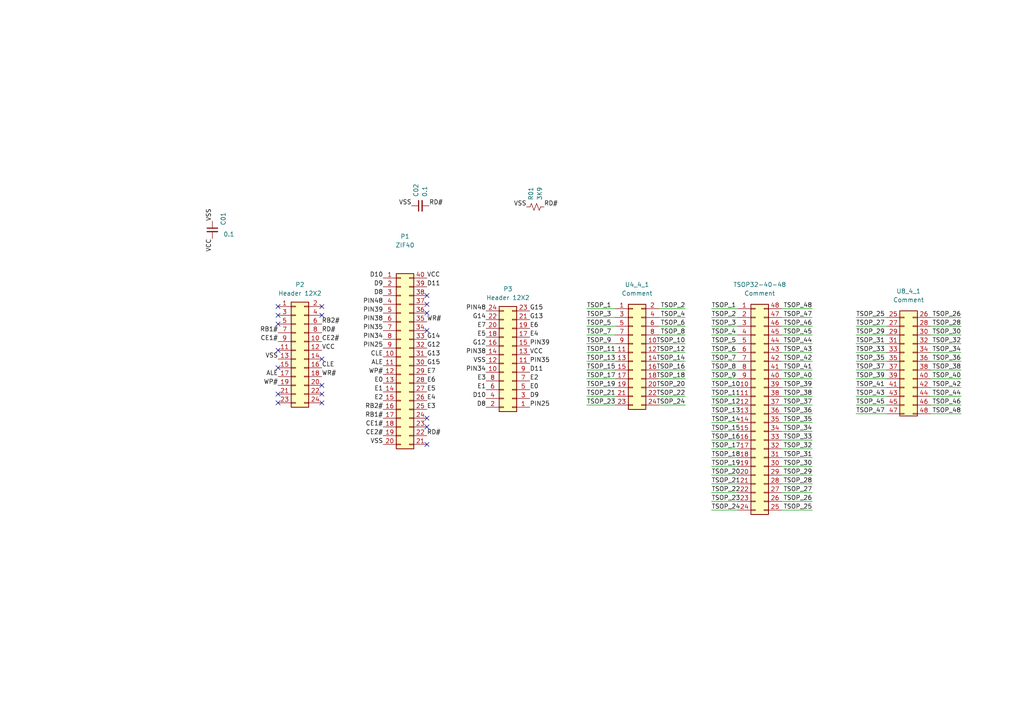
<source format=kicad_sch>
(kicad_sch (version 20211123) (generator eeschema)

  (uuid eaef1172-3351-417c-bfc4-74a598f141cb)

  (paper "A4")

  (lib_symbols
    (symbol "Connector_Generic:Conn_02x12_Odd_Even" (pin_names (offset 1.016) hide) (in_bom yes) (on_board yes)
      (property "Reference" "J" (id 0) (at 1.27 15.24 0)
        (effects (font (size 1.27 1.27)))
      )
      (property "Value" "Conn_02x12_Odd_Even" (id 1) (at 1.27 -17.78 0)
        (effects (font (size 1.27 1.27)))
      )
      (property "Footprint" "" (id 2) (at 0 0 0)
        (effects (font (size 1.27 1.27)) hide)
      )
      (property "Datasheet" "~" (id 3) (at 0 0 0)
        (effects (font (size 1.27 1.27)) hide)
      )
      (property "ki_keywords" "connector" (id 4) (at 0 0 0)
        (effects (font (size 1.27 1.27)) hide)
      )
      (property "ki_description" "Generic connector, double row, 02x12, odd/even pin numbering scheme (row 1 odd numbers, row 2 even numbers), script generated (kicad-library-utils/schlib/autogen/connector/)" (id 5) (at 0 0 0)
        (effects (font (size 1.27 1.27)) hide)
      )
      (property "ki_fp_filters" "Connector*:*_2x??_*" (id 6) (at 0 0 0)
        (effects (font (size 1.27 1.27)) hide)
      )
      (symbol "Conn_02x12_Odd_Even_1_1"
        (rectangle (start -1.27 -15.113) (end 0 -15.367)
          (stroke (width 0.1524) (type default) (color 0 0 0 0))
          (fill (type none))
        )
        (rectangle (start -1.27 -12.573) (end 0 -12.827)
          (stroke (width 0.1524) (type default) (color 0 0 0 0))
          (fill (type none))
        )
        (rectangle (start -1.27 -10.033) (end 0 -10.287)
          (stroke (width 0.1524) (type default) (color 0 0 0 0))
          (fill (type none))
        )
        (rectangle (start -1.27 -7.493) (end 0 -7.747)
          (stroke (width 0.1524) (type default) (color 0 0 0 0))
          (fill (type none))
        )
        (rectangle (start -1.27 -4.953) (end 0 -5.207)
          (stroke (width 0.1524) (type default) (color 0 0 0 0))
          (fill (type none))
        )
        (rectangle (start -1.27 -2.413) (end 0 -2.667)
          (stroke (width 0.1524) (type default) (color 0 0 0 0))
          (fill (type none))
        )
        (rectangle (start -1.27 0.127) (end 0 -0.127)
          (stroke (width 0.1524) (type default) (color 0 0 0 0))
          (fill (type none))
        )
        (rectangle (start -1.27 2.667) (end 0 2.413)
          (stroke (width 0.1524) (type default) (color 0 0 0 0))
          (fill (type none))
        )
        (rectangle (start -1.27 5.207) (end 0 4.953)
          (stroke (width 0.1524) (type default) (color 0 0 0 0))
          (fill (type none))
        )
        (rectangle (start -1.27 7.747) (end 0 7.493)
          (stroke (width 0.1524) (type default) (color 0 0 0 0))
          (fill (type none))
        )
        (rectangle (start -1.27 10.287) (end 0 10.033)
          (stroke (width 0.1524) (type default) (color 0 0 0 0))
          (fill (type none))
        )
        (rectangle (start -1.27 12.827) (end 0 12.573)
          (stroke (width 0.1524) (type default) (color 0 0 0 0))
          (fill (type none))
        )
        (rectangle (start -1.27 13.97) (end 3.81 -16.51)
          (stroke (width 0.254) (type default) (color 0 0 0 0))
          (fill (type background))
        )
        (rectangle (start 3.81 -15.113) (end 2.54 -15.367)
          (stroke (width 0.1524) (type default) (color 0 0 0 0))
          (fill (type none))
        )
        (rectangle (start 3.81 -12.573) (end 2.54 -12.827)
          (stroke (width 0.1524) (type default) (color 0 0 0 0))
          (fill (type none))
        )
        (rectangle (start 3.81 -10.033) (end 2.54 -10.287)
          (stroke (width 0.1524) (type default) (color 0 0 0 0))
          (fill (type none))
        )
        (rectangle (start 3.81 -7.493) (end 2.54 -7.747)
          (stroke (width 0.1524) (type default) (color 0 0 0 0))
          (fill (type none))
        )
        (rectangle (start 3.81 -4.953) (end 2.54 -5.207)
          (stroke (width 0.1524) (type default) (color 0 0 0 0))
          (fill (type none))
        )
        (rectangle (start 3.81 -2.413) (end 2.54 -2.667)
          (stroke (width 0.1524) (type default) (color 0 0 0 0))
          (fill (type none))
        )
        (rectangle (start 3.81 0.127) (end 2.54 -0.127)
          (stroke (width 0.1524) (type default) (color 0 0 0 0))
          (fill (type none))
        )
        (rectangle (start 3.81 2.667) (end 2.54 2.413)
          (stroke (width 0.1524) (type default) (color 0 0 0 0))
          (fill (type none))
        )
        (rectangle (start 3.81 5.207) (end 2.54 4.953)
          (stroke (width 0.1524) (type default) (color 0 0 0 0))
          (fill (type none))
        )
        (rectangle (start 3.81 7.747) (end 2.54 7.493)
          (stroke (width 0.1524) (type default) (color 0 0 0 0))
          (fill (type none))
        )
        (rectangle (start 3.81 10.287) (end 2.54 10.033)
          (stroke (width 0.1524) (type default) (color 0 0 0 0))
          (fill (type none))
        )
        (rectangle (start 3.81 12.827) (end 2.54 12.573)
          (stroke (width 0.1524) (type default) (color 0 0 0 0))
          (fill (type none))
        )
        (pin passive line (at -5.08 12.7 0) (length 3.81)
          (name "Pin_1" (effects (font (size 1.27 1.27))))
          (number "1" (effects (font (size 1.27 1.27))))
        )
        (pin passive line (at 7.62 2.54 180) (length 3.81)
          (name "Pin_10" (effects (font (size 1.27 1.27))))
          (number "10" (effects (font (size 1.27 1.27))))
        )
        (pin passive line (at -5.08 0 0) (length 3.81)
          (name "Pin_11" (effects (font (size 1.27 1.27))))
          (number "11" (effects (font (size 1.27 1.27))))
        )
        (pin passive line (at 7.62 0 180) (length 3.81)
          (name "Pin_12" (effects (font (size 1.27 1.27))))
          (number "12" (effects (font (size 1.27 1.27))))
        )
        (pin passive line (at -5.08 -2.54 0) (length 3.81)
          (name "Pin_13" (effects (font (size 1.27 1.27))))
          (number "13" (effects (font (size 1.27 1.27))))
        )
        (pin passive line (at 7.62 -2.54 180) (length 3.81)
          (name "Pin_14" (effects (font (size 1.27 1.27))))
          (number "14" (effects (font (size 1.27 1.27))))
        )
        (pin passive line (at -5.08 -5.08 0) (length 3.81)
          (name "Pin_15" (effects (font (size 1.27 1.27))))
          (number "15" (effects (font (size 1.27 1.27))))
        )
        (pin passive line (at 7.62 -5.08 180) (length 3.81)
          (name "Pin_16" (effects (font (size 1.27 1.27))))
          (number "16" (effects (font (size 1.27 1.27))))
        )
        (pin passive line (at -5.08 -7.62 0) (length 3.81)
          (name "Pin_17" (effects (font (size 1.27 1.27))))
          (number "17" (effects (font (size 1.27 1.27))))
        )
        (pin passive line (at 7.62 -7.62 180) (length 3.81)
          (name "Pin_18" (effects (font (size 1.27 1.27))))
          (number "18" (effects (font (size 1.27 1.27))))
        )
        (pin passive line (at -5.08 -10.16 0) (length 3.81)
          (name "Pin_19" (effects (font (size 1.27 1.27))))
          (number "19" (effects (font (size 1.27 1.27))))
        )
        (pin passive line (at 7.62 12.7 180) (length 3.81)
          (name "Pin_2" (effects (font (size 1.27 1.27))))
          (number "2" (effects (font (size 1.27 1.27))))
        )
        (pin passive line (at 7.62 -10.16 180) (length 3.81)
          (name "Pin_20" (effects (font (size 1.27 1.27))))
          (number "20" (effects (font (size 1.27 1.27))))
        )
        (pin passive line (at -5.08 -12.7 0) (length 3.81)
          (name "Pin_21" (effects (font (size 1.27 1.27))))
          (number "21" (effects (font (size 1.27 1.27))))
        )
        (pin passive line (at 7.62 -12.7 180) (length 3.81)
          (name "Pin_22" (effects (font (size 1.27 1.27))))
          (number "22" (effects (font (size 1.27 1.27))))
        )
        (pin passive line (at -5.08 -15.24 0) (length 3.81)
          (name "Pin_23" (effects (font (size 1.27 1.27))))
          (number "23" (effects (font (size 1.27 1.27))))
        )
        (pin passive line (at 7.62 -15.24 180) (length 3.81)
          (name "Pin_24" (effects (font (size 1.27 1.27))))
          (number "24" (effects (font (size 1.27 1.27))))
        )
        (pin passive line (at -5.08 10.16 0) (length 3.81)
          (name "Pin_3" (effects (font (size 1.27 1.27))))
          (number "3" (effects (font (size 1.27 1.27))))
        )
        (pin passive line (at 7.62 10.16 180) (length 3.81)
          (name "Pin_4" (effects (font (size 1.27 1.27))))
          (number "4" (effects (font (size 1.27 1.27))))
        )
        (pin passive line (at -5.08 7.62 0) (length 3.81)
          (name "Pin_5" (effects (font (size 1.27 1.27))))
          (number "5" (effects (font (size 1.27 1.27))))
        )
        (pin passive line (at 7.62 7.62 180) (length 3.81)
          (name "Pin_6" (effects (font (size 1.27 1.27))))
          (number "6" (effects (font (size 1.27 1.27))))
        )
        (pin passive line (at -5.08 5.08 0) (length 3.81)
          (name "Pin_7" (effects (font (size 1.27 1.27))))
          (number "7" (effects (font (size 1.27 1.27))))
        )
        (pin passive line (at 7.62 5.08 180) (length 3.81)
          (name "Pin_8" (effects (font (size 1.27 1.27))))
          (number "8" (effects (font (size 1.27 1.27))))
        )
        (pin passive line (at -5.08 2.54 0) (length 3.81)
          (name "Pin_9" (effects (font (size 1.27 1.27))))
          (number "9" (effects (font (size 1.27 1.27))))
        )
      )
    )
    (symbol "Connector_Generic:Conn_02x20_Counter_Clockwise" (pin_names (offset 1.016) hide) (in_bom yes) (on_board yes)
      (property "Reference" "J" (id 0) (at 1.27 25.4 0)
        (effects (font (size 1.27 1.27)))
      )
      (property "Value" "Conn_02x20_Counter_Clockwise" (id 1) (at 1.27 -27.94 0)
        (effects (font (size 1.27 1.27)))
      )
      (property "Footprint" "" (id 2) (at 0 0 0)
        (effects (font (size 1.27 1.27)) hide)
      )
      (property "Datasheet" "~" (id 3) (at 0 0 0)
        (effects (font (size 1.27 1.27)) hide)
      )
      (property "ki_keywords" "connector" (id 4) (at 0 0 0)
        (effects (font (size 1.27 1.27)) hide)
      )
      (property "ki_description" "Generic connector, double row, 02x20, counter clockwise pin numbering scheme (similar to DIP packge numbering), script generated (kicad-library-utils/schlib/autogen/connector/)" (id 5) (at 0 0 0)
        (effects (font (size 1.27 1.27)) hide)
      )
      (property "ki_fp_filters" "Connector*:*_2x??_*" (id 6) (at 0 0 0)
        (effects (font (size 1.27 1.27)) hide)
      )
      (symbol "Conn_02x20_Counter_Clockwise_1_1"
        (rectangle (start -1.27 -25.273) (end 0 -25.527)
          (stroke (width 0.1524) (type default) (color 0 0 0 0))
          (fill (type none))
        )
        (rectangle (start -1.27 -22.733) (end 0 -22.987)
          (stroke (width 0.1524) (type default) (color 0 0 0 0))
          (fill (type none))
        )
        (rectangle (start -1.27 -20.193) (end 0 -20.447)
          (stroke (width 0.1524) (type default) (color 0 0 0 0))
          (fill (type none))
        )
        (rectangle (start -1.27 -17.653) (end 0 -17.907)
          (stroke (width 0.1524) (type default) (color 0 0 0 0))
          (fill (type none))
        )
        (rectangle (start -1.27 -15.113) (end 0 -15.367)
          (stroke (width 0.1524) (type default) (color 0 0 0 0))
          (fill (type none))
        )
        (rectangle (start -1.27 -12.573) (end 0 -12.827)
          (stroke (width 0.1524) (type default) (color 0 0 0 0))
          (fill (type none))
        )
        (rectangle (start -1.27 -10.033) (end 0 -10.287)
          (stroke (width 0.1524) (type default) (color 0 0 0 0))
          (fill (type none))
        )
        (rectangle (start -1.27 -7.493) (end 0 -7.747)
          (stroke (width 0.1524) (type default) (color 0 0 0 0))
          (fill (type none))
        )
        (rectangle (start -1.27 -4.953) (end 0 -5.207)
          (stroke (width 0.1524) (type default) (color 0 0 0 0))
          (fill (type none))
        )
        (rectangle (start -1.27 -2.413) (end 0 -2.667)
          (stroke (width 0.1524) (type default) (color 0 0 0 0))
          (fill (type none))
        )
        (rectangle (start -1.27 0.127) (end 0 -0.127)
          (stroke (width 0.1524) (type default) (color 0 0 0 0))
          (fill (type none))
        )
        (rectangle (start -1.27 2.667) (end 0 2.413)
          (stroke (width 0.1524) (type default) (color 0 0 0 0))
          (fill (type none))
        )
        (rectangle (start -1.27 5.207) (end 0 4.953)
          (stroke (width 0.1524) (type default) (color 0 0 0 0))
          (fill (type none))
        )
        (rectangle (start -1.27 7.747) (end 0 7.493)
          (stroke (width 0.1524) (type default) (color 0 0 0 0))
          (fill (type none))
        )
        (rectangle (start -1.27 10.287) (end 0 10.033)
          (stroke (width 0.1524) (type default) (color 0 0 0 0))
          (fill (type none))
        )
        (rectangle (start -1.27 12.827) (end 0 12.573)
          (stroke (width 0.1524) (type default) (color 0 0 0 0))
          (fill (type none))
        )
        (rectangle (start -1.27 15.367) (end 0 15.113)
          (stroke (width 0.1524) (type default) (color 0 0 0 0))
          (fill (type none))
        )
        (rectangle (start -1.27 17.907) (end 0 17.653)
          (stroke (width 0.1524) (type default) (color 0 0 0 0))
          (fill (type none))
        )
        (rectangle (start -1.27 20.447) (end 0 20.193)
          (stroke (width 0.1524) (type default) (color 0 0 0 0))
          (fill (type none))
        )
        (rectangle (start -1.27 22.987) (end 0 22.733)
          (stroke (width 0.1524) (type default) (color 0 0 0 0))
          (fill (type none))
        )
        (rectangle (start -1.27 24.13) (end 3.81 -26.67)
          (stroke (width 0.254) (type default) (color 0 0 0 0))
          (fill (type background))
        )
        (rectangle (start 3.81 -25.273) (end 2.54 -25.527)
          (stroke (width 0.1524) (type default) (color 0 0 0 0))
          (fill (type none))
        )
        (rectangle (start 3.81 -22.733) (end 2.54 -22.987)
          (stroke (width 0.1524) (type default) (color 0 0 0 0))
          (fill (type none))
        )
        (rectangle (start 3.81 -20.193) (end 2.54 -20.447)
          (stroke (width 0.1524) (type default) (color 0 0 0 0))
          (fill (type none))
        )
        (rectangle (start 3.81 -17.653) (end 2.54 -17.907)
          (stroke (width 0.1524) (type default) (color 0 0 0 0))
          (fill (type none))
        )
        (rectangle (start 3.81 -15.113) (end 2.54 -15.367)
          (stroke (width 0.1524) (type default) (color 0 0 0 0))
          (fill (type none))
        )
        (rectangle (start 3.81 -12.573) (end 2.54 -12.827)
          (stroke (width 0.1524) (type default) (color 0 0 0 0))
          (fill (type none))
        )
        (rectangle (start 3.81 -10.033) (end 2.54 -10.287)
          (stroke (width 0.1524) (type default) (color 0 0 0 0))
          (fill (type none))
        )
        (rectangle (start 3.81 -7.493) (end 2.54 -7.747)
          (stroke (width 0.1524) (type default) (color 0 0 0 0))
          (fill (type none))
        )
        (rectangle (start 3.81 -4.953) (end 2.54 -5.207)
          (stroke (width 0.1524) (type default) (color 0 0 0 0))
          (fill (type none))
        )
        (rectangle (start 3.81 -2.413) (end 2.54 -2.667)
          (stroke (width 0.1524) (type default) (color 0 0 0 0))
          (fill (type none))
        )
        (rectangle (start 3.81 0.127) (end 2.54 -0.127)
          (stroke (width 0.1524) (type default) (color 0 0 0 0))
          (fill (type none))
        )
        (rectangle (start 3.81 2.667) (end 2.54 2.413)
          (stroke (width 0.1524) (type default) (color 0 0 0 0))
          (fill (type none))
        )
        (rectangle (start 3.81 5.207) (end 2.54 4.953)
          (stroke (width 0.1524) (type default) (color 0 0 0 0))
          (fill (type none))
        )
        (rectangle (start 3.81 7.747) (end 2.54 7.493)
          (stroke (width 0.1524) (type default) (color 0 0 0 0))
          (fill (type none))
        )
        (rectangle (start 3.81 10.287) (end 2.54 10.033)
          (stroke (width 0.1524) (type default) (color 0 0 0 0))
          (fill (type none))
        )
        (rectangle (start 3.81 12.827) (end 2.54 12.573)
          (stroke (width 0.1524) (type default) (color 0 0 0 0))
          (fill (type none))
        )
        (rectangle (start 3.81 15.367) (end 2.54 15.113)
          (stroke (width 0.1524) (type default) (color 0 0 0 0))
          (fill (type none))
        )
        (rectangle (start 3.81 17.907) (end 2.54 17.653)
          (stroke (width 0.1524) (type default) (color 0 0 0 0))
          (fill (type none))
        )
        (rectangle (start 3.81 20.447) (end 2.54 20.193)
          (stroke (width 0.1524) (type default) (color 0 0 0 0))
          (fill (type none))
        )
        (rectangle (start 3.81 22.987) (end 2.54 22.733)
          (stroke (width 0.1524) (type default) (color 0 0 0 0))
          (fill (type none))
        )
        (pin passive line (at -5.08 22.86 0) (length 3.81)
          (name "Pin_1" (effects (font (size 1.27 1.27))))
          (number "1" (effects (font (size 1.27 1.27))))
        )
        (pin passive line (at -5.08 0 0) (length 3.81)
          (name "Pin_10" (effects (font (size 1.27 1.27))))
          (number "10" (effects (font (size 1.27 1.27))))
        )
        (pin passive line (at -5.08 -2.54 0) (length 3.81)
          (name "Pin_11" (effects (font (size 1.27 1.27))))
          (number "11" (effects (font (size 1.27 1.27))))
        )
        (pin passive line (at -5.08 -5.08 0) (length 3.81)
          (name "Pin_12" (effects (font (size 1.27 1.27))))
          (number "12" (effects (font (size 1.27 1.27))))
        )
        (pin passive line (at -5.08 -7.62 0) (length 3.81)
          (name "Pin_13" (effects (font (size 1.27 1.27))))
          (number "13" (effects (font (size 1.27 1.27))))
        )
        (pin passive line (at -5.08 -10.16 0) (length 3.81)
          (name "Pin_14" (effects (font (size 1.27 1.27))))
          (number "14" (effects (font (size 1.27 1.27))))
        )
        (pin passive line (at -5.08 -12.7 0) (length 3.81)
          (name "Pin_15" (effects (font (size 1.27 1.27))))
          (number "15" (effects (font (size 1.27 1.27))))
        )
        (pin passive line (at -5.08 -15.24 0) (length 3.81)
          (name "Pin_16" (effects (font (size 1.27 1.27))))
          (number "16" (effects (font (size 1.27 1.27))))
        )
        (pin passive line (at -5.08 -17.78 0) (length 3.81)
          (name "Pin_17" (effects (font (size 1.27 1.27))))
          (number "17" (effects (font (size 1.27 1.27))))
        )
        (pin passive line (at -5.08 -20.32 0) (length 3.81)
          (name "Pin_18" (effects (font (size 1.27 1.27))))
          (number "18" (effects (font (size 1.27 1.27))))
        )
        (pin passive line (at -5.08 -22.86 0) (length 3.81)
          (name "Pin_19" (effects (font (size 1.27 1.27))))
          (number "19" (effects (font (size 1.27 1.27))))
        )
        (pin passive line (at -5.08 20.32 0) (length 3.81)
          (name "Pin_2" (effects (font (size 1.27 1.27))))
          (number "2" (effects (font (size 1.27 1.27))))
        )
        (pin passive line (at -5.08 -25.4 0) (length 3.81)
          (name "Pin_20" (effects (font (size 1.27 1.27))))
          (number "20" (effects (font (size 1.27 1.27))))
        )
        (pin passive line (at 7.62 -25.4 180) (length 3.81)
          (name "Pin_21" (effects (font (size 1.27 1.27))))
          (number "21" (effects (font (size 1.27 1.27))))
        )
        (pin passive line (at 7.62 -22.86 180) (length 3.81)
          (name "Pin_22" (effects (font (size 1.27 1.27))))
          (number "22" (effects (font (size 1.27 1.27))))
        )
        (pin passive line (at 7.62 -20.32 180) (length 3.81)
          (name "Pin_23" (effects (font (size 1.27 1.27))))
          (number "23" (effects (font (size 1.27 1.27))))
        )
        (pin passive line (at 7.62 -17.78 180) (length 3.81)
          (name "Pin_24" (effects (font (size 1.27 1.27))))
          (number "24" (effects (font (size 1.27 1.27))))
        )
        (pin passive line (at 7.62 -15.24 180) (length 3.81)
          (name "Pin_25" (effects (font (size 1.27 1.27))))
          (number "25" (effects (font (size 1.27 1.27))))
        )
        (pin passive line (at 7.62 -12.7 180) (length 3.81)
          (name "Pin_26" (effects (font (size 1.27 1.27))))
          (number "26" (effects (font (size 1.27 1.27))))
        )
        (pin passive line (at 7.62 -10.16 180) (length 3.81)
          (name "Pin_27" (effects (font (size 1.27 1.27))))
          (number "27" (effects (font (size 1.27 1.27))))
        )
        (pin passive line (at 7.62 -7.62 180) (length 3.81)
          (name "Pin_28" (effects (font (size 1.27 1.27))))
          (number "28" (effects (font (size 1.27 1.27))))
        )
        (pin passive line (at 7.62 -5.08 180) (length 3.81)
          (name "Pin_29" (effects (font (size 1.27 1.27))))
          (number "29" (effects (font (size 1.27 1.27))))
        )
        (pin passive line (at -5.08 17.78 0) (length 3.81)
          (name "Pin_3" (effects (font (size 1.27 1.27))))
          (number "3" (effects (font (size 1.27 1.27))))
        )
        (pin passive line (at 7.62 -2.54 180) (length 3.81)
          (name "Pin_30" (effects (font (size 1.27 1.27))))
          (number "30" (effects (font (size 1.27 1.27))))
        )
        (pin passive line (at 7.62 0 180) (length 3.81)
          (name "Pin_31" (effects (font (size 1.27 1.27))))
          (number "31" (effects (font (size 1.27 1.27))))
        )
        (pin passive line (at 7.62 2.54 180) (length 3.81)
          (name "Pin_32" (effects (font (size 1.27 1.27))))
          (number "32" (effects (font (size 1.27 1.27))))
        )
        (pin passive line (at 7.62 5.08 180) (length 3.81)
          (name "Pin_33" (effects (font (size 1.27 1.27))))
          (number "33" (effects (font (size 1.27 1.27))))
        )
        (pin passive line (at 7.62 7.62 180) (length 3.81)
          (name "Pin_34" (effects (font (size 1.27 1.27))))
          (number "34" (effects (font (size 1.27 1.27))))
        )
        (pin passive line (at 7.62 10.16 180) (length 3.81)
          (name "Pin_35" (effects (font (size 1.27 1.27))))
          (number "35" (effects (font (size 1.27 1.27))))
        )
        (pin passive line (at 7.62 12.7 180) (length 3.81)
          (name "Pin_36" (effects (font (size 1.27 1.27))))
          (number "36" (effects (font (size 1.27 1.27))))
        )
        (pin passive line (at 7.62 15.24 180) (length 3.81)
          (name "Pin_37" (effects (font (size 1.27 1.27))))
          (number "37" (effects (font (size 1.27 1.27))))
        )
        (pin passive line (at 7.62 17.78 180) (length 3.81)
          (name "Pin_38" (effects (font (size 1.27 1.27))))
          (number "38" (effects (font (size 1.27 1.27))))
        )
        (pin passive line (at 7.62 20.32 180) (length 3.81)
          (name "Pin_39" (effects (font (size 1.27 1.27))))
          (number "39" (effects (font (size 1.27 1.27))))
        )
        (pin passive line (at -5.08 15.24 0) (length 3.81)
          (name "Pin_4" (effects (font (size 1.27 1.27))))
          (number "4" (effects (font (size 1.27 1.27))))
        )
        (pin passive line (at 7.62 22.86 180) (length 3.81)
          (name "Pin_40" (effects (font (size 1.27 1.27))))
          (number "40" (effects (font (size 1.27 1.27))))
        )
        (pin passive line (at -5.08 12.7 0) (length 3.81)
          (name "Pin_5" (effects (font (size 1.27 1.27))))
          (number "5" (effects (font (size 1.27 1.27))))
        )
        (pin passive line (at -5.08 10.16 0) (length 3.81)
          (name "Pin_6" (effects (font (size 1.27 1.27))))
          (number "6" (effects (font (size 1.27 1.27))))
        )
        (pin passive line (at -5.08 7.62 0) (length 3.81)
          (name "Pin_7" (effects (font (size 1.27 1.27))))
          (number "7" (effects (font (size 1.27 1.27))))
        )
        (pin passive line (at -5.08 5.08 0) (length 3.81)
          (name "Pin_8" (effects (font (size 1.27 1.27))))
          (number "8" (effects (font (size 1.27 1.27))))
        )
        (pin passive line (at -5.08 2.54 0) (length 3.81)
          (name "Pin_9" (effects (font (size 1.27 1.27))))
          (number "9" (effects (font (size 1.27 1.27))))
        )
      )
    )
    (symbol "Connector_Generic:Conn_02x24_Counter_Clockwise" (pin_names (offset 1.016) hide) (in_bom yes) (on_board yes)
      (property "Reference" "J" (id 0) (at 1.27 30.48 0)
        (effects (font (size 1.27 1.27)))
      )
      (property "Value" "Conn_02x24_Counter_Clockwise" (id 1) (at 1.27 -33.02 0)
        (effects (font (size 1.27 1.27)))
      )
      (property "Footprint" "" (id 2) (at 0 0 0)
        (effects (font (size 1.27 1.27)) hide)
      )
      (property "Datasheet" "~" (id 3) (at 0 0 0)
        (effects (font (size 1.27 1.27)) hide)
      )
      (property "ki_keywords" "connector" (id 4) (at 0 0 0)
        (effects (font (size 1.27 1.27)) hide)
      )
      (property "ki_description" "Generic connector, double row, 02x24, counter clockwise pin numbering scheme (similar to DIP packge numbering), script generated (kicad-library-utils/schlib/autogen/connector/)" (id 5) (at 0 0 0)
        (effects (font (size 1.27 1.27)) hide)
      )
      (property "ki_fp_filters" "Connector*:*_2x??_*" (id 6) (at 0 0 0)
        (effects (font (size 1.27 1.27)) hide)
      )
      (symbol "Conn_02x24_Counter_Clockwise_1_1"
        (rectangle (start -1.27 -30.353) (end 0 -30.607)
          (stroke (width 0.1524) (type default) (color 0 0 0 0))
          (fill (type none))
        )
        (rectangle (start -1.27 -27.813) (end 0 -28.067)
          (stroke (width 0.1524) (type default) (color 0 0 0 0))
          (fill (type none))
        )
        (rectangle (start -1.27 -25.273) (end 0 -25.527)
          (stroke (width 0.1524) (type default) (color 0 0 0 0))
          (fill (type none))
        )
        (rectangle (start -1.27 -22.733) (end 0 -22.987)
          (stroke (width 0.1524) (type default) (color 0 0 0 0))
          (fill (type none))
        )
        (rectangle (start -1.27 -20.193) (end 0 -20.447)
          (stroke (width 0.1524) (type default) (color 0 0 0 0))
          (fill (type none))
        )
        (rectangle (start -1.27 -17.653) (end 0 -17.907)
          (stroke (width 0.1524) (type default) (color 0 0 0 0))
          (fill (type none))
        )
        (rectangle (start -1.27 -15.113) (end 0 -15.367)
          (stroke (width 0.1524) (type default) (color 0 0 0 0))
          (fill (type none))
        )
        (rectangle (start -1.27 -12.573) (end 0 -12.827)
          (stroke (width 0.1524) (type default) (color 0 0 0 0))
          (fill (type none))
        )
        (rectangle (start -1.27 -10.033) (end 0 -10.287)
          (stroke (width 0.1524) (type default) (color 0 0 0 0))
          (fill (type none))
        )
        (rectangle (start -1.27 -7.493) (end 0 -7.747)
          (stroke (width 0.1524) (type default) (color 0 0 0 0))
          (fill (type none))
        )
        (rectangle (start -1.27 -4.953) (end 0 -5.207)
          (stroke (width 0.1524) (type default) (color 0 0 0 0))
          (fill (type none))
        )
        (rectangle (start -1.27 -2.413) (end 0 -2.667)
          (stroke (width 0.1524) (type default) (color 0 0 0 0))
          (fill (type none))
        )
        (rectangle (start -1.27 0.127) (end 0 -0.127)
          (stroke (width 0.1524) (type default) (color 0 0 0 0))
          (fill (type none))
        )
        (rectangle (start -1.27 2.667) (end 0 2.413)
          (stroke (width 0.1524) (type default) (color 0 0 0 0))
          (fill (type none))
        )
        (rectangle (start -1.27 5.207) (end 0 4.953)
          (stroke (width 0.1524) (type default) (color 0 0 0 0))
          (fill (type none))
        )
        (rectangle (start -1.27 7.747) (end 0 7.493)
          (stroke (width 0.1524) (type default) (color 0 0 0 0))
          (fill (type none))
        )
        (rectangle (start -1.27 10.287) (end 0 10.033)
          (stroke (width 0.1524) (type default) (color 0 0 0 0))
          (fill (type none))
        )
        (rectangle (start -1.27 12.827) (end 0 12.573)
          (stroke (width 0.1524) (type default) (color 0 0 0 0))
          (fill (type none))
        )
        (rectangle (start -1.27 15.367) (end 0 15.113)
          (stroke (width 0.1524) (type default) (color 0 0 0 0))
          (fill (type none))
        )
        (rectangle (start -1.27 17.907) (end 0 17.653)
          (stroke (width 0.1524) (type default) (color 0 0 0 0))
          (fill (type none))
        )
        (rectangle (start -1.27 20.447) (end 0 20.193)
          (stroke (width 0.1524) (type default) (color 0 0 0 0))
          (fill (type none))
        )
        (rectangle (start -1.27 22.987) (end 0 22.733)
          (stroke (width 0.1524) (type default) (color 0 0 0 0))
          (fill (type none))
        )
        (rectangle (start -1.27 25.527) (end 0 25.273)
          (stroke (width 0.1524) (type default) (color 0 0 0 0))
          (fill (type none))
        )
        (rectangle (start -1.27 28.067) (end 0 27.813)
          (stroke (width 0.1524) (type default) (color 0 0 0 0))
          (fill (type none))
        )
        (rectangle (start -1.27 29.21) (end 3.81 -31.75)
          (stroke (width 0.254) (type default) (color 0 0 0 0))
          (fill (type background))
        )
        (rectangle (start 3.81 -30.353) (end 2.54 -30.607)
          (stroke (width 0.1524) (type default) (color 0 0 0 0))
          (fill (type none))
        )
        (rectangle (start 3.81 -27.813) (end 2.54 -28.067)
          (stroke (width 0.1524) (type default) (color 0 0 0 0))
          (fill (type none))
        )
        (rectangle (start 3.81 -25.273) (end 2.54 -25.527)
          (stroke (width 0.1524) (type default) (color 0 0 0 0))
          (fill (type none))
        )
        (rectangle (start 3.81 -22.733) (end 2.54 -22.987)
          (stroke (width 0.1524) (type default) (color 0 0 0 0))
          (fill (type none))
        )
        (rectangle (start 3.81 -20.193) (end 2.54 -20.447)
          (stroke (width 0.1524) (type default) (color 0 0 0 0))
          (fill (type none))
        )
        (rectangle (start 3.81 -17.653) (end 2.54 -17.907)
          (stroke (width 0.1524) (type default) (color 0 0 0 0))
          (fill (type none))
        )
        (rectangle (start 3.81 -15.113) (end 2.54 -15.367)
          (stroke (width 0.1524) (type default) (color 0 0 0 0))
          (fill (type none))
        )
        (rectangle (start 3.81 -12.573) (end 2.54 -12.827)
          (stroke (width 0.1524) (type default) (color 0 0 0 0))
          (fill (type none))
        )
        (rectangle (start 3.81 -10.033) (end 2.54 -10.287)
          (stroke (width 0.1524) (type default) (color 0 0 0 0))
          (fill (type none))
        )
        (rectangle (start 3.81 -7.493) (end 2.54 -7.747)
          (stroke (width 0.1524) (type default) (color 0 0 0 0))
          (fill (type none))
        )
        (rectangle (start 3.81 -4.953) (end 2.54 -5.207)
          (stroke (width 0.1524) (type default) (color 0 0 0 0))
          (fill (type none))
        )
        (rectangle (start 3.81 -2.413) (end 2.54 -2.667)
          (stroke (width 0.1524) (type default) (color 0 0 0 0))
          (fill (type none))
        )
        (rectangle (start 3.81 0.127) (end 2.54 -0.127)
          (stroke (width 0.1524) (type default) (color 0 0 0 0))
          (fill (type none))
        )
        (rectangle (start 3.81 2.667) (end 2.54 2.413)
          (stroke (width 0.1524) (type default) (color 0 0 0 0))
          (fill (type none))
        )
        (rectangle (start 3.81 5.207) (end 2.54 4.953)
          (stroke (width 0.1524) (type default) (color 0 0 0 0))
          (fill (type none))
        )
        (rectangle (start 3.81 7.747) (end 2.54 7.493)
          (stroke (width 0.1524) (type default) (color 0 0 0 0))
          (fill (type none))
        )
        (rectangle (start 3.81 10.287) (end 2.54 10.033)
          (stroke (width 0.1524) (type default) (color 0 0 0 0))
          (fill (type none))
        )
        (rectangle (start 3.81 12.827) (end 2.54 12.573)
          (stroke (width 0.1524) (type default) (color 0 0 0 0))
          (fill (type none))
        )
        (rectangle (start 3.81 15.367) (end 2.54 15.113)
          (stroke (width 0.1524) (type default) (color 0 0 0 0))
          (fill (type none))
        )
        (rectangle (start 3.81 17.907) (end 2.54 17.653)
          (stroke (width 0.1524) (type default) (color 0 0 0 0))
          (fill (type none))
        )
        (rectangle (start 3.81 20.447) (end 2.54 20.193)
          (stroke (width 0.1524) (type default) (color 0 0 0 0))
          (fill (type none))
        )
        (rectangle (start 3.81 22.987) (end 2.54 22.733)
          (stroke (width 0.1524) (type default) (color 0 0 0 0))
          (fill (type none))
        )
        (rectangle (start 3.81 25.527) (end 2.54 25.273)
          (stroke (width 0.1524) (type default) (color 0 0 0 0))
          (fill (type none))
        )
        (rectangle (start 3.81 28.067) (end 2.54 27.813)
          (stroke (width 0.1524) (type default) (color 0 0 0 0))
          (fill (type none))
        )
        (pin passive line (at -5.08 27.94 0) (length 3.81)
          (name "Pin_1" (effects (font (size 1.27 1.27))))
          (number "1" (effects (font (size 1.27 1.27))))
        )
        (pin passive line (at -5.08 5.08 0) (length 3.81)
          (name "Pin_10" (effects (font (size 1.27 1.27))))
          (number "10" (effects (font (size 1.27 1.27))))
        )
        (pin passive line (at -5.08 2.54 0) (length 3.81)
          (name "Pin_11" (effects (font (size 1.27 1.27))))
          (number "11" (effects (font (size 1.27 1.27))))
        )
        (pin passive line (at -5.08 0 0) (length 3.81)
          (name "Pin_12" (effects (font (size 1.27 1.27))))
          (number "12" (effects (font (size 1.27 1.27))))
        )
        (pin passive line (at -5.08 -2.54 0) (length 3.81)
          (name "Pin_13" (effects (font (size 1.27 1.27))))
          (number "13" (effects (font (size 1.27 1.27))))
        )
        (pin passive line (at -5.08 -5.08 0) (length 3.81)
          (name "Pin_14" (effects (font (size 1.27 1.27))))
          (number "14" (effects (font (size 1.27 1.27))))
        )
        (pin passive line (at -5.08 -7.62 0) (length 3.81)
          (name "Pin_15" (effects (font (size 1.27 1.27))))
          (number "15" (effects (font (size 1.27 1.27))))
        )
        (pin passive line (at -5.08 -10.16 0) (length 3.81)
          (name "Pin_16" (effects (font (size 1.27 1.27))))
          (number "16" (effects (font (size 1.27 1.27))))
        )
        (pin passive line (at -5.08 -12.7 0) (length 3.81)
          (name "Pin_17" (effects (font (size 1.27 1.27))))
          (number "17" (effects (font (size 1.27 1.27))))
        )
        (pin passive line (at -5.08 -15.24 0) (length 3.81)
          (name "Pin_18" (effects (font (size 1.27 1.27))))
          (number "18" (effects (font (size 1.27 1.27))))
        )
        (pin passive line (at -5.08 -17.78 0) (length 3.81)
          (name "Pin_19" (effects (font (size 1.27 1.27))))
          (number "19" (effects (font (size 1.27 1.27))))
        )
        (pin passive line (at -5.08 25.4 0) (length 3.81)
          (name "Pin_2" (effects (font (size 1.27 1.27))))
          (number "2" (effects (font (size 1.27 1.27))))
        )
        (pin passive line (at -5.08 -20.32 0) (length 3.81)
          (name "Pin_20" (effects (font (size 1.27 1.27))))
          (number "20" (effects (font (size 1.27 1.27))))
        )
        (pin passive line (at -5.08 -22.86 0) (length 3.81)
          (name "Pin_21" (effects (font (size 1.27 1.27))))
          (number "21" (effects (font (size 1.27 1.27))))
        )
        (pin passive line (at -5.08 -25.4 0) (length 3.81)
          (name "Pin_22" (effects (font (size 1.27 1.27))))
          (number "22" (effects (font (size 1.27 1.27))))
        )
        (pin passive line (at -5.08 -27.94 0) (length 3.81)
          (name "Pin_23" (effects (font (size 1.27 1.27))))
          (number "23" (effects (font (size 1.27 1.27))))
        )
        (pin passive line (at -5.08 -30.48 0) (length 3.81)
          (name "Pin_24" (effects (font (size 1.27 1.27))))
          (number "24" (effects (font (size 1.27 1.27))))
        )
        (pin passive line (at 7.62 -30.48 180) (length 3.81)
          (name "Pin_25" (effects (font (size 1.27 1.27))))
          (number "25" (effects (font (size 1.27 1.27))))
        )
        (pin passive line (at 7.62 -27.94 180) (length 3.81)
          (name "Pin_26" (effects (font (size 1.27 1.27))))
          (number "26" (effects (font (size 1.27 1.27))))
        )
        (pin passive line (at 7.62 -25.4 180) (length 3.81)
          (name "Pin_27" (effects (font (size 1.27 1.27))))
          (number "27" (effects (font (size 1.27 1.27))))
        )
        (pin passive line (at 7.62 -22.86 180) (length 3.81)
          (name "Pin_28" (effects (font (size 1.27 1.27))))
          (number "28" (effects (font (size 1.27 1.27))))
        )
        (pin passive line (at 7.62 -20.32 180) (length 3.81)
          (name "Pin_29" (effects (font (size 1.27 1.27))))
          (number "29" (effects (font (size 1.27 1.27))))
        )
        (pin passive line (at -5.08 22.86 0) (length 3.81)
          (name "Pin_3" (effects (font (size 1.27 1.27))))
          (number "3" (effects (font (size 1.27 1.27))))
        )
        (pin passive line (at 7.62 -17.78 180) (length 3.81)
          (name "Pin_30" (effects (font (size 1.27 1.27))))
          (number "30" (effects (font (size 1.27 1.27))))
        )
        (pin passive line (at 7.62 -15.24 180) (length 3.81)
          (name "Pin_31" (effects (font (size 1.27 1.27))))
          (number "31" (effects (font (size 1.27 1.27))))
        )
        (pin passive line (at 7.62 -12.7 180) (length 3.81)
          (name "Pin_32" (effects (font (size 1.27 1.27))))
          (number "32" (effects (font (size 1.27 1.27))))
        )
        (pin passive line (at 7.62 -10.16 180) (length 3.81)
          (name "Pin_33" (effects (font (size 1.27 1.27))))
          (number "33" (effects (font (size 1.27 1.27))))
        )
        (pin passive line (at 7.62 -7.62 180) (length 3.81)
          (name "Pin_34" (effects (font (size 1.27 1.27))))
          (number "34" (effects (font (size 1.27 1.27))))
        )
        (pin passive line (at 7.62 -5.08 180) (length 3.81)
          (name "Pin_35" (effects (font (size 1.27 1.27))))
          (number "35" (effects (font (size 1.27 1.27))))
        )
        (pin passive line (at 7.62 -2.54 180) (length 3.81)
          (name "Pin_36" (effects (font (size 1.27 1.27))))
          (number "36" (effects (font (size 1.27 1.27))))
        )
        (pin passive line (at 7.62 0 180) (length 3.81)
          (name "Pin_37" (effects (font (size 1.27 1.27))))
          (number "37" (effects (font (size 1.27 1.27))))
        )
        (pin passive line (at 7.62 2.54 180) (length 3.81)
          (name "Pin_38" (effects (font (size 1.27 1.27))))
          (number "38" (effects (font (size 1.27 1.27))))
        )
        (pin passive line (at 7.62 5.08 180) (length 3.81)
          (name "Pin_39" (effects (font (size 1.27 1.27))))
          (number "39" (effects (font (size 1.27 1.27))))
        )
        (pin passive line (at -5.08 20.32 0) (length 3.81)
          (name "Pin_4" (effects (font (size 1.27 1.27))))
          (number "4" (effects (font (size 1.27 1.27))))
        )
        (pin passive line (at 7.62 7.62 180) (length 3.81)
          (name "Pin_40" (effects (font (size 1.27 1.27))))
          (number "40" (effects (font (size 1.27 1.27))))
        )
        (pin passive line (at 7.62 10.16 180) (length 3.81)
          (name "Pin_41" (effects (font (size 1.27 1.27))))
          (number "41" (effects (font (size 1.27 1.27))))
        )
        (pin passive line (at 7.62 12.7 180) (length 3.81)
          (name "Pin_42" (effects (font (size 1.27 1.27))))
          (number "42" (effects (font (size 1.27 1.27))))
        )
        (pin passive line (at 7.62 15.24 180) (length 3.81)
          (name "Pin_43" (effects (font (size 1.27 1.27))))
          (number "43" (effects (font (size 1.27 1.27))))
        )
        (pin passive line (at 7.62 17.78 180) (length 3.81)
          (name "Pin_44" (effects (font (size 1.27 1.27))))
          (number "44" (effects (font (size 1.27 1.27))))
        )
        (pin passive line (at 7.62 20.32 180) (length 3.81)
          (name "Pin_45" (effects (font (size 1.27 1.27))))
          (number "45" (effects (font (size 1.27 1.27))))
        )
        (pin passive line (at 7.62 22.86 180) (length 3.81)
          (name "Pin_46" (effects (font (size 1.27 1.27))))
          (number "46" (effects (font (size 1.27 1.27))))
        )
        (pin passive line (at 7.62 25.4 180) (length 3.81)
          (name "Pin_47" (effects (font (size 1.27 1.27))))
          (number "47" (effects (font (size 1.27 1.27))))
        )
        (pin passive line (at 7.62 27.94 180) (length 3.81)
          (name "Pin_48" (effects (font (size 1.27 1.27))))
          (number "48" (effects (font (size 1.27 1.27))))
        )
        (pin passive line (at -5.08 17.78 0) (length 3.81)
          (name "Pin_5" (effects (font (size 1.27 1.27))))
          (number "5" (effects (font (size 1.27 1.27))))
        )
        (pin passive line (at -5.08 15.24 0) (length 3.81)
          (name "Pin_6" (effects (font (size 1.27 1.27))))
          (number "6" (effects (font (size 1.27 1.27))))
        )
        (pin passive line (at -5.08 12.7 0) (length 3.81)
          (name "Pin_7" (effects (font (size 1.27 1.27))))
          (number "7" (effects (font (size 1.27 1.27))))
        )
        (pin passive line (at -5.08 10.16 0) (length 3.81)
          (name "Pin_8" (effects (font (size 1.27 1.27))))
          (number "8" (effects (font (size 1.27 1.27))))
        )
        (pin passive line (at -5.08 7.62 0) (length 3.81)
          (name "Pin_9" (effects (font (size 1.27 1.27))))
          (number "9" (effects (font (size 1.27 1.27))))
        )
      )
    )
    (symbol "Device:C_Small" (pin_numbers hide) (pin_names (offset 0.254) hide) (in_bom yes) (on_board yes)
      (property "Reference" "C" (id 0) (at 0.254 1.778 0)
        (effects (font (size 1.27 1.27)) (justify left))
      )
      (property "Value" "C_Small" (id 1) (at 0.254 -2.032 0)
        (effects (font (size 1.27 1.27)) (justify left))
      )
      (property "Footprint" "" (id 2) (at 0 0 0)
        (effects (font (size 1.27 1.27)) hide)
      )
      (property "Datasheet" "~" (id 3) (at 0 0 0)
        (effects (font (size 1.27 1.27)) hide)
      )
      (property "ki_keywords" "capacitor cap" (id 4) (at 0 0 0)
        (effects (font (size 1.27 1.27)) hide)
      )
      (property "ki_description" "Unpolarized capacitor, small symbol" (id 5) (at 0 0 0)
        (effects (font (size 1.27 1.27)) hide)
      )
      (property "ki_fp_filters" "C_*" (id 6) (at 0 0 0)
        (effects (font (size 1.27 1.27)) hide)
      )
      (symbol "C_Small_0_1"
        (polyline
          (pts
            (xy -1.524 -0.508)
            (xy 1.524 -0.508)
          )
          (stroke (width 0.3302) (type default) (color 0 0 0 0))
          (fill (type none))
        )
        (polyline
          (pts
            (xy -1.524 0.508)
            (xy 1.524 0.508)
          )
          (stroke (width 0.3048) (type default) (color 0 0 0 0))
          (fill (type none))
        )
      )
      (symbol "C_Small_1_1"
        (pin passive line (at 0 2.54 270) (length 2.032)
          (name "~" (effects (font (size 1.27 1.27))))
          (number "1" (effects (font (size 1.27 1.27))))
        )
        (pin passive line (at 0 -2.54 90) (length 2.032)
          (name "~" (effects (font (size 1.27 1.27))))
          (number "2" (effects (font (size 1.27 1.27))))
        )
      )
    )
    (symbol "Device:R_Small_US" (pin_numbers hide) (pin_names (offset 0.254) hide) (in_bom yes) (on_board yes)
      (property "Reference" "R" (id 0) (at 0.762 0.508 0)
        (effects (font (size 1.27 1.27)) (justify left))
      )
      (property "Value" "R_Small_US" (id 1) (at 0.762 -1.016 0)
        (effects (font (size 1.27 1.27)) (justify left))
      )
      (property "Footprint" "" (id 2) (at 0 0 0)
        (effects (font (size 1.27 1.27)) hide)
      )
      (property "Datasheet" "~" (id 3) (at 0 0 0)
        (effects (font (size 1.27 1.27)) hide)
      )
      (property "ki_keywords" "r resistor" (id 4) (at 0 0 0)
        (effects (font (size 1.27 1.27)) hide)
      )
      (property "ki_description" "Resistor, small US symbol" (id 5) (at 0 0 0)
        (effects (font (size 1.27 1.27)) hide)
      )
      (property "ki_fp_filters" "R_*" (id 6) (at 0 0 0)
        (effects (font (size 1.27 1.27)) hide)
      )
      (symbol "R_Small_US_1_1"
        (polyline
          (pts
            (xy 0 0)
            (xy 1.016 -0.381)
            (xy 0 -0.762)
            (xy -1.016 -1.143)
            (xy 0 -1.524)
          )
          (stroke (width 0) (type default) (color 0 0 0 0))
          (fill (type none))
        )
        (polyline
          (pts
            (xy 0 1.524)
            (xy 1.016 1.143)
            (xy 0 0.762)
            (xy -1.016 0.381)
            (xy 0 0)
          )
          (stroke (width 0) (type default) (color 0 0 0 0))
          (fill (type none))
        )
        (pin passive line (at 0 2.54 270) (length 1.016)
          (name "~" (effects (font (size 1.27 1.27))))
          (number "1" (effects (font (size 1.27 1.27))))
        )
        (pin passive line (at 0 -2.54 90) (length 1.016)
          (name "~" (effects (font (size 1.27 1.27))))
          (number "2" (effects (font (size 1.27 1.27))))
        )
      )
    )
    (symbol "lib:Conn_02x11_Odd_Even_23-44" (pin_names (offset 1.016) hide) (in_bom yes) (on_board yes)
      (property "Reference" "U8_4_1" (id 0) (at 1.27 19.05 0)
        (effects (font (size 1.27 1.27)))
      )
      (property "Value" "Conn_02x11_Odd_Even_23-44" (id 1) (at 1.27 16.51 0)
        (effects (font (size 1.27 1.27)))
      )
      (property "Footprint" "lib:U8_4_1" (id 2) (at 0 0 0)
        (effects (font (size 1.27 1.27)) hide)
      )
      (property "Datasheet" "~" (id 3) (at 0 1.905 0)
        (effects (font (size 1.27 1.27)) hide)
      )
      (property "ki_keywords" "connector" (id 4) (at 0 0 0)
        (effects (font (size 1.27 1.27)) hide)
      )
      (property "ki_description" "Generic connector, double row, 02x11, odd/even pin numbering scheme (row 1 odd numbers, row 2 even numbers), script generated (kicad-library-utils/schlib/autogen/connector/)" (id 5) (at 0 0 0)
        (effects (font (size 1.27 1.27)) hide)
      )
      (property "ki_fp_filters" "Connector*:*_2x??_*" (id 6) (at 0 0 0)
        (effects (font (size 1.27 1.27)) hide)
      )
      (symbol "Conn_02x11_Odd_Even_23-44_1_1"
        (rectangle (start -1.27 -15.748) (end 0 -16.002)
          (stroke (width 0.1524) (type default) (color 0 0 0 0))
          (fill (type none))
        )
        (rectangle (start -1.27 -13.208) (end 0 -13.462)
          (stroke (width 0.1524) (type default) (color 0 0 0 0))
          (fill (type none))
        )
        (rectangle (start -1.27 -10.668) (end 0 -10.922)
          (stroke (width 0.1524) (type default) (color 0 0 0 0))
          (fill (type none))
        )
        (rectangle (start -1.27 -8.128) (end 0 -8.382)
          (stroke (width 0.1524) (type default) (color 0 0 0 0))
          (fill (type none))
        )
        (rectangle (start -1.27 -5.588) (end 0 -5.842)
          (stroke (width 0.1524) (type default) (color 0 0 0 0))
          (fill (type none))
        )
        (rectangle (start -1.27 -3.048) (end 0 -3.302)
          (stroke (width 0.1524) (type default) (color 0 0 0 0))
          (fill (type none))
        )
        (rectangle (start -1.27 -0.508) (end 0 -0.762)
          (stroke (width 0.1524) (type default) (color 0 0 0 0))
          (fill (type none))
        )
        (rectangle (start -1.27 2.032) (end 0 1.778)
          (stroke (width 0.1524) (type default) (color 0 0 0 0))
          (fill (type none))
        )
        (rectangle (start -1.27 4.572) (end 0 4.318)
          (stroke (width 0.1524) (type default) (color 0 0 0 0))
          (fill (type none))
        )
        (rectangle (start -1.27 7.112) (end 0 6.858)
          (stroke (width 0.1524) (type default) (color 0 0 0 0))
          (fill (type none))
        )
        (rectangle (start -1.27 9.652) (end 0 9.398)
          (stroke (width 0.1524) (type default) (color 0 0 0 0))
          (fill (type none))
        )
        (rectangle (start -1.27 12.192) (end 0 11.938)
          (stroke (width 0.1524) (type default) (color 0 0 0 0))
          (fill (type none))
        )
        (rectangle (start -1.27 13.97) (end 3.81 -16.51)
          (stroke (width 0.254) (type default) (color 0 0 0 0))
          (fill (type background))
        )
        (rectangle (start 3.81 -15.748) (end 2.54 -16.002)
          (stroke (width 0.1524) (type default) (color 0 0 0 0))
          (fill (type none))
        )
        (rectangle (start 3.81 -13.208) (end 2.54 -13.462)
          (stroke (width 0.1524) (type default) (color 0 0 0 0))
          (fill (type none))
        )
        (rectangle (start 3.81 -10.668) (end 2.54 -10.922)
          (stroke (width 0.1524) (type default) (color 0 0 0 0))
          (fill (type none))
        )
        (rectangle (start 3.81 -8.128) (end 2.54 -8.382)
          (stroke (width 0.1524) (type default) (color 0 0 0 0))
          (fill (type none))
        )
        (rectangle (start 3.81 -5.588) (end 2.54 -5.842)
          (stroke (width 0.1524) (type default) (color 0 0 0 0))
          (fill (type none))
        )
        (rectangle (start 3.81 -3.048) (end 2.54 -3.302)
          (stroke (width 0.1524) (type default) (color 0 0 0 0))
          (fill (type none))
        )
        (rectangle (start 3.81 -0.508) (end 2.54 -0.762)
          (stroke (width 0.1524) (type default) (color 0 0 0 0))
          (fill (type none))
        )
        (rectangle (start 3.81 2.032) (end 2.54 1.778)
          (stroke (width 0.1524) (type default) (color 0 0 0 0))
          (fill (type none))
        )
        (rectangle (start 3.81 4.572) (end 2.54 4.318)
          (stroke (width 0.1524) (type default) (color 0 0 0 0))
          (fill (type none))
        )
        (rectangle (start 3.81 7.112) (end 2.54 6.858)
          (stroke (width 0.1524) (type default) (color 0 0 0 0))
          (fill (type none))
        )
        (rectangle (start 3.81 9.652) (end 2.54 9.398)
          (stroke (width 0.1524) (type default) (color 0 0 0 0))
          (fill (type none))
        )
        (rectangle (start 3.81 12.192) (end 2.54 11.938)
          (stroke (width 0.1524) (type default) (color 0 0 0 0))
          (fill (type none))
        )
        (pin passive line (at -5.08 12.065 0) (length 3.81)
          (name "Pin_3" (effects (font (size 1.27 1.27))))
          (number "25" (effects (font (size 1.27 1.27))))
        )
        (pin passive line (at 7.62 12.065 180) (length 3.81)
          (name "Pin_4" (effects (font (size 1.27 1.27))))
          (number "26" (effects (font (size 1.27 1.27))))
        )
        (pin passive line (at -5.08 9.525 0) (length 3.81)
          (name "Pin_5" (effects (font (size 1.27 1.27))))
          (number "27" (effects (font (size 1.27 1.27))))
        )
        (pin passive line (at 7.62 9.525 180) (length 3.81)
          (name "Pin_6" (effects (font (size 1.27 1.27))))
          (number "28" (effects (font (size 1.27 1.27))))
        )
        (pin passive line (at -5.08 6.985 0) (length 3.81)
          (name "Pin_7" (effects (font (size 1.27 1.27))))
          (number "29" (effects (font (size 1.27 1.27))))
        )
        (pin passive line (at 7.62 6.985 180) (length 3.81)
          (name "Pin_8" (effects (font (size 1.27 1.27))))
          (number "30" (effects (font (size 1.27 1.27))))
        )
        (pin passive line (at -5.08 4.445 0) (length 3.81)
          (name "Pin_9" (effects (font (size 1.27 1.27))))
          (number "31" (effects (font (size 1.27 1.27))))
        )
        (pin passive line (at 7.62 4.445 180) (length 3.81)
          (name "Pin_10" (effects (font (size 1.27 1.27))))
          (number "32" (effects (font (size 1.27 1.27))))
        )
        (pin passive line (at -5.08 1.905 0) (length 3.81)
          (name "Pin_11" (effects (font (size 1.27 1.27))))
          (number "33" (effects (font (size 1.27 1.27))))
        )
        (pin passive line (at 7.62 1.905 180) (length 3.81)
          (name "Pin_12" (effects (font (size 1.27 1.27))))
          (number "34" (effects (font (size 1.27 1.27))))
        )
        (pin passive line (at -5.08 -0.635 0) (length 3.81)
          (name "Pin_13" (effects (font (size 1.27 1.27))))
          (number "35" (effects (font (size 1.27 1.27))))
        )
        (pin passive line (at 7.62 -0.635 180) (length 3.81)
          (name "Pin_14" (effects (font (size 1.27 1.27))))
          (number "36" (effects (font (size 1.27 1.27))))
        )
        (pin passive line (at -5.08 -3.175 0) (length 3.81)
          (name "Pin_15" (effects (font (size 1.27 1.27))))
          (number "37" (effects (font (size 1.27 1.27))))
        )
        (pin passive line (at 7.62 -3.175 180) (length 3.81)
          (name "Pin_16" (effects (font (size 1.27 1.27))))
          (number "38" (effects (font (size 1.27 1.27))))
        )
        (pin passive line (at -5.08 -5.715 0) (length 3.81)
          (name "Pin_17" (effects (font (size 1.27 1.27))))
          (number "39" (effects (font (size 1.27 1.27))))
        )
        (pin passive line (at 7.62 -5.715 180) (length 3.81)
          (name "Pin_18" (effects (font (size 1.27 1.27))))
          (number "40" (effects (font (size 1.27 1.27))))
        )
        (pin passive line (at -5.08 -8.255 0) (length 3.81)
          (name "Pin_19" (effects (font (size 1.27 1.27))))
          (number "41" (effects (font (size 1.27 1.27))))
        )
        (pin passive line (at 7.62 -8.255 180) (length 3.81)
          (name "Pin_20" (effects (font (size 1.27 1.27))))
          (number "42" (effects (font (size 1.27 1.27))))
        )
        (pin passive line (at -5.08 -10.795 0) (length 3.81)
          (name "Pin_21" (effects (font (size 1.27 1.27))))
          (number "43" (effects (font (size 1.27 1.27))))
        )
        (pin passive line (at 7.62 -10.795 180) (length 3.81)
          (name "Pin_22" (effects (font (size 1.27 1.27))))
          (number "44" (effects (font (size 1.27 1.27))))
        )
        (pin passive line (at -5.08 -13.335 0) (length 3.81)
          (name "Pin_1" (effects (font (size 1.27 1.27))))
          (number "45" (effects (font (size 1.27 1.27))))
        )
        (pin passive line (at 7.62 -13.335 180) (length 3.81)
          (name "Pin_2" (effects (font (size 1.27 1.27))))
          (number "46" (effects (font (size 1.27 1.27))))
        )
        (pin passive line (at -5.08 -15.875 0) (length 3.81)
          (name "Pin_23" (effects (font (size 1.27 1.27))))
          (number "47" (effects (font (size 1.27 1.27))))
        )
        (pin passive line (at 7.62 -15.875 180) (length 3.81)
          (name "Pin_24" (effects (font (size 1.27 1.27))))
          (number "48" (effects (font (size 1.27 1.27))))
        )
      )
    )
  )


  (no_connect (at 80.645 106.68) (uuid 1cbb102f-960e-4a2f-a685-de0dea379a9f))
  (no_connect (at 80.645 93.98) (uuid 456d71ac-e28b-4618-94df-9febb9689464))
  (no_connect (at 80.645 91.44) (uuid 456d71ac-e28b-4618-94df-9febb9689464))
  (no_connect (at 80.645 88.9) (uuid 456d71ac-e28b-4618-94df-9febb9689464))
  (no_connect (at 93.345 104.14) (uuid c8f75153-ffc5-4770-bc65-4dba46bcc524))
  (no_connect (at 93.345 91.44) (uuid c8f75153-ffc5-4770-bc65-4dba46bcc524))
  (no_connect (at 93.345 88.9) (uuid c8f75153-ffc5-4770-bc65-4dba46bcc524))
  (no_connect (at 93.345 111.76) (uuid c8f75153-ffc5-4770-bc65-4dba46bcc524))
  (no_connect (at 93.345 116.84) (uuid c8f75153-ffc5-4770-bc65-4dba46bcc524))
  (no_connect (at 93.345 114.3) (uuid c8f75153-ffc5-4770-bc65-4dba46bcc524))
  (no_connect (at 80.645 114.3) (uuid c8f75153-ffc5-4770-bc65-4dba46bcc524))
  (no_connect (at 80.645 116.84) (uuid c8f75153-ffc5-4770-bc65-4dba46bcc524))
  (no_connect (at 123.825 95.885) (uuid c8f75153-ffc5-4770-bc65-4dba46bcc524))
  (no_connect (at 123.825 90.805) (uuid c8f75153-ffc5-4770-bc65-4dba46bcc524))
  (no_connect (at 123.825 88.265) (uuid c8f75153-ffc5-4770-bc65-4dba46bcc524))
  (no_connect (at 123.825 85.725) (uuid c8f75153-ffc5-4770-bc65-4dba46bcc524))
  (no_connect (at 123.825 121.285) (uuid c8f75153-ffc5-4770-bc65-4dba46bcc524))
  (no_connect (at 123.825 128.905) (uuid c8f75153-ffc5-4770-bc65-4dba46bcc524))
  (no_connect (at 123.825 123.825) (uuid c8f75153-ffc5-4770-bc65-4dba46bcc524))
  (no_connect (at 80.645 101.6) (uuid d266ee53-a3b5-41d8-be8a-34727e9cdf4b))

  (wire (pts (xy 170.18 102.235) (xy 178.435 102.235))
    (stroke (width 0) (type default) (color 0 0 0 0))
    (uuid 01fe7b1d-be17-43ab-b6ce-8913af9c1ba4)
  )
  (wire (pts (xy 206.375 142.875) (xy 213.995 142.875))
    (stroke (width 0) (type default) (color 0 0 0 0))
    (uuid 086c0173-e755-4cdf-a496-6bf7b376f86d)
  )
  (wire (pts (xy 206.375 130.175) (xy 213.995 130.175))
    (stroke (width 0) (type default) (color 0 0 0 0))
    (uuid 09428e61-9b1e-4abd-9be1-a72c3e0d12d5)
  )
  (wire (pts (xy 170.18 94.615) (xy 178.435 94.615))
    (stroke (width 0) (type default) (color 0 0 0 0))
    (uuid 0c8cfabd-8938-4f7d-8512-3b57ec2f8e02)
  )
  (wire (pts (xy 206.375 107.315) (xy 213.995 107.315))
    (stroke (width 0) (type default) (color 0 0 0 0))
    (uuid 0dfd5607-a74f-45a2-ab82-601bb74fe9e3)
  )
  (wire (pts (xy 248.285 117.475) (xy 257.175 117.475))
    (stroke (width 0) (type default) (color 0 0 0 0))
    (uuid 11efe4fd-1ca9-48b3-b614-3ed6d712eb8f)
  )
  (wire (pts (xy 235.585 125.095) (xy 226.695 125.095))
    (stroke (width 0) (type default) (color 0 0 0 0))
    (uuid 13459010-536c-45d5-9b5b-9f6d4d318b35)
  )
  (wire (pts (xy 235.585 107.315) (xy 226.695 107.315))
    (stroke (width 0) (type default) (color 0 0 0 0))
    (uuid 13509636-f3be-45dc-9c4c-79a6ad28bd78)
  )
  (wire (pts (xy 198.755 112.395) (xy 191.135 112.395))
    (stroke (width 0) (type default) (color 0 0 0 0))
    (uuid 191ba9c1-da21-4434-a4c5-69566c3657fe)
  )
  (wire (pts (xy 235.585 97.155) (xy 226.695 97.155))
    (stroke (width 0) (type default) (color 0 0 0 0))
    (uuid 19d13df9-26dd-41bb-ac10-f23db0ae49f6)
  )
  (wire (pts (xy 170.18 92.075) (xy 178.435 92.075))
    (stroke (width 0) (type default) (color 0 0 0 0))
    (uuid 1f4e0137-2bde-4d3d-af0d-35f1c6fa1ea0)
  )
  (wire (pts (xy 206.375 117.475) (xy 213.995 117.475))
    (stroke (width 0) (type default) (color 0 0 0 0))
    (uuid 20c3e44e-3684-4612-9a70-446f3a4105ed)
  )
  (wire (pts (xy 198.755 107.315) (xy 191.135 107.315))
    (stroke (width 0) (type default) (color 0 0 0 0))
    (uuid 22c101cf-4f32-469e-b73e-c584fc94b22e)
  )
  (wire (pts (xy 235.585 140.335) (xy 226.695 140.335))
    (stroke (width 0) (type default) (color 0 0 0 0))
    (uuid 237fbde9-2def-416b-81ee-29b8462d9177)
  )
  (wire (pts (xy 278.765 104.775) (xy 269.875 104.775))
    (stroke (width 0) (type default) (color 0 0 0 0))
    (uuid 240ebe8f-6308-40bc-9ceb-9c19946217bd)
  )
  (wire (pts (xy 206.375 140.335) (xy 213.995 140.335))
    (stroke (width 0) (type default) (color 0 0 0 0))
    (uuid 29ff290c-2d67-4d4c-a70e-2c198c002241)
  )
  (wire (pts (xy 235.585 92.075) (xy 226.695 92.075))
    (stroke (width 0) (type default) (color 0 0 0 0))
    (uuid 2e0ce666-6a7c-49a9-89f3-94e48968b496)
  )
  (wire (pts (xy 235.585 114.935) (xy 226.695 114.935))
    (stroke (width 0) (type default) (color 0 0 0 0))
    (uuid 33c0b619-2d23-4d4e-a8c4-a47d96af90f6)
  )
  (wire (pts (xy 235.585 120.015) (xy 226.695 120.015))
    (stroke (width 0) (type default) (color 0 0 0 0))
    (uuid 37d477ec-4367-47d3-9946-07909c9808f2)
  )
  (wire (pts (xy 206.375 92.075) (xy 213.995 92.075))
    (stroke (width 0) (type default) (color 0 0 0 0))
    (uuid 3ec284f8-768a-4e82-aab9-b216e6d53d81)
  )
  (wire (pts (xy 206.375 135.255) (xy 213.995 135.255))
    (stroke (width 0) (type default) (color 0 0 0 0))
    (uuid 3f4cea90-f64b-4876-9eb7-935ebdb43bdc)
  )
  (wire (pts (xy 235.585 122.555) (xy 226.695 122.555))
    (stroke (width 0) (type default) (color 0 0 0 0))
    (uuid 40f0bbb4-6780-4a6c-8e59-737c60913df1)
  )
  (wire (pts (xy 278.765 97.155) (xy 269.875 97.155))
    (stroke (width 0) (type default) (color 0 0 0 0))
    (uuid 435d2c8c-4c07-4e41-ad02-2c72ba1a2ee7)
  )
  (wire (pts (xy 198.755 104.775) (xy 191.135 104.775))
    (stroke (width 0) (type default) (color 0 0 0 0))
    (uuid 46667456-5db7-43bc-919c-279bf1f7c36d)
  )
  (wire (pts (xy 235.585 104.775) (xy 226.695 104.775))
    (stroke (width 0) (type default) (color 0 0 0 0))
    (uuid 46c0f114-22c0-465d-a16d-3177a3132179)
  )
  (wire (pts (xy 235.585 145.415) (xy 226.695 145.415))
    (stroke (width 0) (type default) (color 0 0 0 0))
    (uuid 46cd4165-6a6d-44d4-afa9-402e6634ff71)
  )
  (wire (pts (xy 206.375 94.615) (xy 213.995 94.615))
    (stroke (width 0) (type default) (color 0 0 0 0))
    (uuid 4a5db3af-6580-4acc-9785-c93248ca21bd)
  )
  (wire (pts (xy 198.755 97.155) (xy 191.135 97.155))
    (stroke (width 0) (type default) (color 0 0 0 0))
    (uuid 4c24c627-d3bb-4a41-993c-f671a2de48a1)
  )
  (wire (pts (xy 170.18 97.155) (xy 178.435 97.155))
    (stroke (width 0) (type default) (color 0 0 0 0))
    (uuid 4ebb038f-ea55-4749-8e8a-c4f911f9f883)
  )
  (wire (pts (xy 235.585 130.175) (xy 226.695 130.175))
    (stroke (width 0) (type default) (color 0 0 0 0))
    (uuid 51108b2b-5f4d-4dec-9e13-e6b0937a068f)
  )
  (wire (pts (xy 235.585 142.875) (xy 226.695 142.875))
    (stroke (width 0) (type default) (color 0 0 0 0))
    (uuid 51d03d21-9166-4355-bbf9-12d6b54a7229)
  )
  (wire (pts (xy 206.375 120.015) (xy 213.995 120.015))
    (stroke (width 0) (type default) (color 0 0 0 0))
    (uuid 57e5634c-3b99-4e6b-9dbe-3cb46d96a6fe)
  )
  (wire (pts (xy 206.375 137.795) (xy 213.995 137.795))
    (stroke (width 0) (type default) (color 0 0 0 0))
    (uuid 5a93c064-9e4c-4a33-8e8a-1a348ebda2f0)
  )
  (wire (pts (xy 198.755 92.075) (xy 191.135 92.075))
    (stroke (width 0) (type default) (color 0 0 0 0))
    (uuid 5b2271ce-6a92-4889-961e-7c0a7d9863ff)
  )
  (wire (pts (xy 170.18 112.395) (xy 178.435 112.395))
    (stroke (width 0) (type default) (color 0 0 0 0))
    (uuid 5dedb9d5-7767-4904-b122-2937617bedbd)
  )
  (wire (pts (xy 235.585 94.615) (xy 226.695 94.615))
    (stroke (width 0) (type default) (color 0 0 0 0))
    (uuid 5e26e1b5-d6c9-405c-9635-e4c296396f14)
  )
  (wire (pts (xy 170.18 99.695) (xy 178.435 99.695))
    (stroke (width 0) (type default) (color 0 0 0 0))
    (uuid 5e4af327-fee9-4432-ac42-929a7ceeed15)
  )
  (wire (pts (xy 235.585 117.475) (xy 226.695 117.475))
    (stroke (width 0) (type default) (color 0 0 0 0))
    (uuid 5eea619e-db61-4ef5-b179-ee1b4d892cb6)
  )
  (wire (pts (xy 170.18 89.535) (xy 178.435 89.535))
    (stroke (width 0) (type default) (color 0 0 0 0))
    (uuid 65002b51-175d-44f8-a3ca-17cce7a3088a)
  )
  (wire (pts (xy 235.585 89.535) (xy 226.695 89.535))
    (stroke (width 0) (type default) (color 0 0 0 0))
    (uuid 6709cca5-4012-4d17-9f99-b246eefc1cf9)
  )
  (wire (pts (xy 170.18 114.935) (xy 178.435 114.935))
    (stroke (width 0) (type default) (color 0 0 0 0))
    (uuid 6864e630-e0c0-4787-a2fc-0def593aee9e)
  )
  (wire (pts (xy 235.585 132.715) (xy 226.695 132.715))
    (stroke (width 0) (type default) (color 0 0 0 0))
    (uuid 6a402827-03a1-4d6d-8a43-4f3c50720726)
  )
  (wire (pts (xy 206.375 125.095) (xy 213.995 125.095))
    (stroke (width 0) (type default) (color 0 0 0 0))
    (uuid 6b797243-dacc-4b81-b4ee-2da6f7084621)
  )
  (wire (pts (xy 248.285 104.775) (xy 257.175 104.775))
    (stroke (width 0) (type default) (color 0 0 0 0))
    (uuid 6fba5f66-2918-4673-8fd2-b6c9ec640cef)
  )
  (wire (pts (xy 206.375 114.935) (xy 213.995 114.935))
    (stroke (width 0) (type default) (color 0 0 0 0))
    (uuid 74ca3677-a562-4ed8-9196-f43203618003)
  )
  (wire (pts (xy 206.375 102.235) (xy 213.995 102.235))
    (stroke (width 0) (type default) (color 0 0 0 0))
    (uuid 75030b40-7e60-433f-847f-a549970601c1)
  )
  (wire (pts (xy 278.765 120.015) (xy 269.875 120.015))
    (stroke (width 0) (type default) (color 0 0 0 0))
    (uuid 787eba1c-72fd-40be-a445-4c396db8e008)
  )
  (wire (pts (xy 206.375 109.855) (xy 213.995 109.855))
    (stroke (width 0) (type default) (color 0 0 0 0))
    (uuid 79675e1c-e69d-478b-ab56-61379aaf9e33)
  )
  (wire (pts (xy 206.375 122.555) (xy 213.995 122.555))
    (stroke (width 0) (type default) (color 0 0 0 0))
    (uuid 7fabe0bf-1e2d-4224-8efd-8790f80933f4)
  )
  (wire (pts (xy 235.585 109.855) (xy 226.695 109.855))
    (stroke (width 0) (type default) (color 0 0 0 0))
    (uuid 8202ab78-81dd-4e24-94df-27e9eabee8f4)
  )
  (wire (pts (xy 198.755 114.935) (xy 191.135 114.935))
    (stroke (width 0) (type default) (color 0 0 0 0))
    (uuid 8253b8b1-5809-4bf6-b03d-9f83cacb2ea3)
  )
  (wire (pts (xy 248.285 92.075) (xy 257.175 92.075))
    (stroke (width 0) (type default) (color 0 0 0 0))
    (uuid 86e9b166-f413-4924-9972-d1ba52c1e6a7)
  )
  (wire (pts (xy 278.765 109.855) (xy 269.875 109.855))
    (stroke (width 0) (type default) (color 0 0 0 0))
    (uuid 88a61d16-78ea-486e-bb50-fb17fc490b08)
  )
  (wire (pts (xy 206.375 127.635) (xy 213.995 127.635))
    (stroke (width 0) (type default) (color 0 0 0 0))
    (uuid 89dd75f0-4a3b-48ac-a110-e9b58e832a92)
  )
  (wire (pts (xy 198.755 102.235) (xy 191.135 102.235))
    (stroke (width 0) (type default) (color 0 0 0 0))
    (uuid 8d4cb587-5df6-47e5-b408-b2ec783fa440)
  )
  (wire (pts (xy 235.585 135.255) (xy 226.695 135.255))
    (stroke (width 0) (type default) (color 0 0 0 0))
    (uuid 8d4d47d6-6aa0-4085-81d3-81bba136ff16)
  )
  (wire (pts (xy 278.765 107.315) (xy 269.875 107.315))
    (stroke (width 0) (type default) (color 0 0 0 0))
    (uuid 921e4b02-ad3f-434c-ab71-fbe5bb389394)
  )
  (wire (pts (xy 248.285 112.395) (xy 257.175 112.395))
    (stroke (width 0) (type default) (color 0 0 0 0))
    (uuid 966214aa-9f46-4e71-a4fa-9429262c4809)
  )
  (wire (pts (xy 170.18 109.855) (xy 178.435 109.855))
    (stroke (width 0) (type default) (color 0 0 0 0))
    (uuid 99077092-8253-4cec-8213-0acde408d6bc)
  )
  (wire (pts (xy 198.755 117.475) (xy 191.135 117.475))
    (stroke (width 0) (type default) (color 0 0 0 0))
    (uuid 9a2c071f-80dd-48b2-b471-bc2df7c83c7f)
  )
  (wire (pts (xy 198.755 109.855) (xy 191.135 109.855))
    (stroke (width 0) (type default) (color 0 0 0 0))
    (uuid 9b278011-d718-4da7-b976-1cd8cd76d10b)
  )
  (wire (pts (xy 206.375 147.955) (xy 213.995 147.955))
    (stroke (width 0) (type default) (color 0 0 0 0))
    (uuid 9d453cb3-ce1d-4ec3-be4d-2da6c209f494)
  )
  (wire (pts (xy 235.585 102.235) (xy 226.695 102.235))
    (stroke (width 0) (type default) (color 0 0 0 0))
    (uuid a36c0673-f7f3-4002-9603-250c1b044956)
  )
  (wire (pts (xy 235.585 112.395) (xy 226.695 112.395))
    (stroke (width 0) (type default) (color 0 0 0 0))
    (uuid a5ae020d-e98e-4b63-a907-2f764ce086bc)
  )
  (wire (pts (xy 206.375 89.535) (xy 213.995 89.535))
    (stroke (width 0) (type default) (color 0 0 0 0))
    (uuid a5af9af9-3b70-4a3a-b021-f22ea93e36c4)
  )
  (wire (pts (xy 278.765 99.695) (xy 269.875 99.695))
    (stroke (width 0) (type default) (color 0 0 0 0))
    (uuid a5d4aae1-fbad-47e9-875b-0b445a284b1c)
  )
  (wire (pts (xy 206.375 145.415) (xy 213.995 145.415))
    (stroke (width 0) (type default) (color 0 0 0 0))
    (uuid a5d80392-edfe-4bd9-9535-e9e3b20b423d)
  )
  (wire (pts (xy 235.585 137.795) (xy 226.695 137.795))
    (stroke (width 0) (type default) (color 0 0 0 0))
    (uuid a91d807d-4e44-416f-a2df-e74dc98a7a4a)
  )
  (wire (pts (xy 170.18 117.475) (xy 178.435 117.475))
    (stroke (width 0) (type default) (color 0 0 0 0))
    (uuid abc58f6b-bf55-4ff1-a433-901037d247fb)
  )
  (wire (pts (xy 170.18 104.775) (xy 178.435 104.775))
    (stroke (width 0) (type default) (color 0 0 0 0))
    (uuid ac0bfe8a-48fc-4f34-a9db-a665169098f7)
  )
  (wire (pts (xy 248.285 102.235) (xy 257.175 102.235))
    (stroke (width 0) (type default) (color 0 0 0 0))
    (uuid ad94d304-8e1e-472c-89ca-3ae23b221879)
  )
  (wire (pts (xy 248.285 107.315) (xy 257.175 107.315))
    (stroke (width 0) (type default) (color 0 0 0 0))
    (uuid add2328e-8cfa-4c6b-b15f-93d17183c8c7)
  )
  (wire (pts (xy 198.755 89.535) (xy 191.135 89.535))
    (stroke (width 0) (type default) (color 0 0 0 0))
    (uuid b39aa8c9-f31e-4bd3-96bb-14613dd7032d)
  )
  (wire (pts (xy 235.585 127.635) (xy 226.695 127.635))
    (stroke (width 0) (type default) (color 0 0 0 0))
    (uuid b759a400-4e11-43fb-ac46-8e288213a25d)
  )
  (wire (pts (xy 206.375 97.155) (xy 213.995 97.155))
    (stroke (width 0) (type default) (color 0 0 0 0))
    (uuid b78e2ef8-1c0d-4cb8-b42a-ce3947547715)
  )
  (wire (pts (xy 206.375 104.775) (xy 213.995 104.775))
    (stroke (width 0) (type default) (color 0 0 0 0))
    (uuid bb185942-efdd-4c7a-864e-ede12c33c211)
  )
  (wire (pts (xy 235.585 147.955) (xy 226.695 147.955))
    (stroke (width 0) (type default) (color 0 0 0 0))
    (uuid c5d4e389-95ec-4642-a774-a3ae9f86e700)
  )
  (wire (pts (xy 248.285 114.935) (xy 257.175 114.935))
    (stroke (width 0) (type default) (color 0 0 0 0))
    (uuid cd61c1fc-658a-49d6-9202-98765f92e2e9)
  )
  (wire (pts (xy 278.765 92.075) (xy 269.875 92.075))
    (stroke (width 0) (type default) (color 0 0 0 0))
    (uuid ce779c03-68a5-42ae-8df6-582c0541a687)
  )
  (wire (pts (xy 278.765 114.935) (xy 269.875 114.935))
    (stroke (width 0) (type default) (color 0 0 0 0))
    (uuid cf2115a1-b28e-4056-b849-ad9b17a31b70)
  )
  (wire (pts (xy 248.285 120.015) (xy 257.175 120.015))
    (stroke (width 0) (type default) (color 0 0 0 0))
    (uuid d2127ad6-de7f-4fd3-9225-e7ef9d59acec)
  )
  (wire (pts (xy 278.765 102.235) (xy 269.875 102.235))
    (stroke (width 0) (type default) (color 0 0 0 0))
    (uuid d5d78083-8d3e-4c28-809b-628d24662b2d)
  )
  (wire (pts (xy 278.765 94.615) (xy 269.875 94.615))
    (stroke (width 0) (type default) (color 0 0 0 0))
    (uuid d60539e8-1cac-4443-8449-3b90f37da41a)
  )
  (wire (pts (xy 206.375 112.395) (xy 213.995 112.395))
    (stroke (width 0) (type default) (color 0 0 0 0))
    (uuid dae43247-9acf-4edf-b168-11e5b97eb98f)
  )
  (wire (pts (xy 248.285 99.695) (xy 257.175 99.695))
    (stroke (width 0) (type default) (color 0 0 0 0))
    (uuid dedda2ba-a171-4127-b042-d7bc61c18830)
  )
  (wire (pts (xy 198.755 94.615) (xy 191.135 94.615))
    (stroke (width 0) (type default) (color 0 0 0 0))
    (uuid e0514723-e11e-4b84-94e9-dab6b75843bf)
  )
  (wire (pts (xy 206.375 132.715) (xy 213.995 132.715))
    (stroke (width 0) (type default) (color 0 0 0 0))
    (uuid e3895ccf-3bc9-427a-b766-a8754ab6796c)
  )
  (wire (pts (xy 278.765 117.475) (xy 269.875 117.475))
    (stroke (width 0) (type default) (color 0 0 0 0))
    (uuid e659d8f9-b39c-43ef-b041-905bb3e3719a)
  )
  (wire (pts (xy 235.585 99.695) (xy 226.695 99.695))
    (stroke (width 0) (type default) (color 0 0 0 0))
    (uuid f2c1f063-337c-42a3-b2e3-d362eea18210)
  )
  (wire (pts (xy 170.18 107.315) (xy 178.435 107.315))
    (stroke (width 0) (type default) (color 0 0 0 0))
    (uuid f671fd8c-a254-4722-bac0-61f703b395ce)
  )
  (wire (pts (xy 248.285 97.155) (xy 257.175 97.155))
    (stroke (width 0) (type default) (color 0 0 0 0))
    (uuid f8320c51-6101-4c61-bf86-02120cf239f6)
  )
  (wire (pts (xy 248.285 94.615) (xy 257.175 94.615))
    (stroke (width 0) (type default) (color 0 0 0 0))
    (uuid f88e7465-15a0-498d-a01c-f0884c9c63b6)
  )
  (wire (pts (xy 198.755 99.695) (xy 191.135 99.695))
    (stroke (width 0) (type default) (color 0 0 0 0))
    (uuid f9347057-57c1-4c16-8420-4259a4ecff59)
  )
  (wire (pts (xy 206.375 99.695) (xy 213.995 99.695))
    (stroke (width 0) (type default) (color 0 0 0 0))
    (uuid fb1c9c80-aff0-4c42-85e9-474c9ce31762)
  )
  (wire (pts (xy 248.285 109.855) (xy 257.175 109.855))
    (stroke (width 0) (type default) (color 0 0 0 0))
    (uuid ff5a6842-a978-475c-bedb-40a8549599f7)
  )
  (wire (pts (xy 278.765 112.395) (xy 269.875 112.395))
    (stroke (width 0) (type default) (color 0 0 0 0))
    (uuid ffff4700-d023-4bd1-9753-4bb5fe608279)
  )

  (label "TSOP_19" (at 170.18 112.395 0)
    (effects (font (size 1.27 1.27)) (justify left bottom))
    (uuid 01329bc1-4436-4f34-8a01-5c3f3a75f86d)
  )
  (label "TSOP_48" (at 278.765 120.015 180)
    (effects (font (size 1.27 1.27)) (justify right bottom))
    (uuid 02016526-40e0-4434-b6cf-292503239582)
  )
  (label "D8" (at 111.125 85.725 180)
    (effects (font (size 1.27 1.27)) (justify right bottom))
    (uuid 0215c3a6-456d-43c9-a3e0-3323e5827529)
  )
  (label "VSS" (at 61.595 64.135 90)
    (effects (font (size 1.27 1.27)) (justify left bottom))
    (uuid 0350d659-e3cf-4800-a529-a6f042605dea)
  )
  (label "TSOP_8" (at 198.755 97.155 180)
    (effects (font (size 1.27 1.27)) (justify right bottom))
    (uuid 048a7f3d-ca95-4b0d-afd9-457e2283ba33)
  )
  (label "CLE" (at 93.345 106.68 0)
    (effects (font (size 1.27 1.27)) (justify left bottom))
    (uuid 065a4f22-423b-4a94-85a2-80fe4b96d3e9)
  )
  (label "CE2#" (at 111.125 126.365 180)
    (effects (font (size 1.27 1.27)) (justify right bottom))
    (uuid 06ccfaf6-78a9-450d-9084-56764b48e1b3)
  )
  (label "E1" (at 111.125 113.665 180)
    (effects (font (size 1.27 1.27)) (justify right bottom))
    (uuid 0a03204c-1054-4b84-9b1d-409704393822)
  )
  (label "TSOP_44" (at 278.765 114.935 180)
    (effects (font (size 1.27 1.27)) (justify right bottom))
    (uuid 0d126db7-3f96-47b0-abf4-11b0b438daf1)
  )
  (label "WP#" (at 80.645 111.76 180)
    (effects (font (size 1.27 1.27)) (justify right bottom))
    (uuid 0d2637fd-8e01-4822-8c7b-4b6e8edf4044)
  )
  (label "E3" (at 123.825 118.745 0)
    (effects (font (size 1.27 1.27)) (justify left bottom))
    (uuid 0e74a1e3-79fc-4164-b18f-d5a1fd2d54c3)
  )
  (label "TSOP_22" (at 198.755 114.935 180)
    (effects (font (size 1.27 1.27)) (justify right bottom))
    (uuid 12e56bdb-18ce-43d2-b2c4-01c831481b31)
  )
  (label "TSOP_12" (at 198.755 102.235 180)
    (effects (font (size 1.27 1.27)) (justify right bottom))
    (uuid 141fb491-50b6-46b4-9357-a6ad71004a27)
  )
  (label "VSS" (at 119.38 59.69 180)
    (effects (font (size 1.27 1.27)) (justify right bottom))
    (uuid 156eaf1e-97b7-4a9a-ab59-bd1873033002)
  )
  (label "E6" (at 153.67 95.25 0)
    (effects (font (size 1.27 1.27)) (justify left bottom))
    (uuid 1667b585-0340-4766-b09b-1c9e39ce7dc2)
  )
  (label "TSOP_46" (at 235.585 94.615 180)
    (effects (font (size 1.27 1.27)) (justify right bottom))
    (uuid 17364f52-1cf9-4e56-817e-76b0d7d85a47)
  )
  (label "E1" (at 140.97 113.03 180)
    (effects (font (size 1.27 1.27)) (justify right bottom))
    (uuid 17f339e3-0d64-4afb-8198-20de0a25e873)
  )
  (label "E5" (at 140.97 97.79 180)
    (effects (font (size 1.27 1.27)) (justify right bottom))
    (uuid 185023f3-637f-4a5e-92ce-067763b9fbac)
  )
  (label "PIN39" (at 111.125 90.805 180)
    (effects (font (size 1.27 1.27)) (justify right bottom))
    (uuid 187f22eb-95c7-4bea-920b-f0225b79fa8a)
  )
  (label "TSOP_36" (at 235.585 120.015 180)
    (effects (font (size 1.27 1.27)) (justify right bottom))
    (uuid 1abbc219-8719-46e1-b8ee-d518941303ae)
  )
  (label "TSOP_7" (at 170.18 97.155 0)
    (effects (font (size 1.27 1.27)) (justify left bottom))
    (uuid 1b1c2156-a0d1-4725-ad15-c2b0b9490048)
  )
  (label "TSOP_35" (at 235.585 122.555 180)
    (effects (font (size 1.27 1.27)) (justify right bottom))
    (uuid 206c282f-c547-4026-99ad-fb25122f9f9a)
  )
  (label "D10" (at 111.125 80.645 180)
    (effects (font (size 1.27 1.27)) (justify right bottom))
    (uuid 20e5239b-0197-4288-b3b8-13c93fd6fdbc)
  )
  (label "TSOP_11" (at 170.18 102.235 0)
    (effects (font (size 1.27 1.27)) (justify left bottom))
    (uuid 241f9abf-f2fd-4d8a-a225-20cac3ababba)
  )
  (label "E4" (at 153.67 97.79 0)
    (effects (font (size 1.27 1.27)) (justify left bottom))
    (uuid 263cc916-cbd9-4c06-906d-09960a790964)
  )
  (label "TSOP_38" (at 278.765 107.315 180)
    (effects (font (size 1.27 1.27)) (justify right bottom))
    (uuid 298fc7a2-1e81-4712-af14-22a9435c4d41)
  )
  (label "E4" (at 123.825 116.205 0)
    (effects (font (size 1.27 1.27)) (justify left bottom))
    (uuid 2b375042-1105-44c7-9943-72b96e81490a)
  )
  (label "TSOP_25" (at 248.285 92.075 0)
    (effects (font (size 1.27 1.27)) (justify left bottom))
    (uuid 2bc2b540-348b-4470-8945-95c7f6f988d5)
  )
  (label "D11" (at 153.67 107.95 0)
    (effects (font (size 1.27 1.27)) (justify left bottom))
    (uuid 2caa6762-0c7a-47dc-b9e2-21bd2fdd3946)
  )
  (label "TSOP_34" (at 278.765 102.235 180)
    (effects (font (size 1.27 1.27)) (justify right bottom))
    (uuid 2db7d3c0-5d9b-49c6-963e-2c0d87cd62dd)
  )
  (label "E7" (at 140.97 95.25 180)
    (effects (font (size 1.27 1.27)) (justify right bottom))
    (uuid 2fd89ef5-4df3-4d62-872f-a5a3855a449b)
  )
  (label "E2" (at 111.125 116.205 180)
    (effects (font (size 1.27 1.27)) (justify right bottom))
    (uuid 3055fcb5-fe2d-4358-8d80-a6d4aa768a5c)
  )
  (label "D11" (at 123.825 83.185 0)
    (effects (font (size 1.27 1.27)) (justify left bottom))
    (uuid 30c0e159-1eb2-4d9a-9aa1-0ed1ef43cc9a)
  )
  (label "TSOP_18" (at 206.375 132.715 0)
    (effects (font (size 1.27 1.27)) (justify left bottom))
    (uuid 32b57342-ce72-431c-abf6-457a2d3a20de)
  )
  (label "TSOP_33" (at 248.285 102.235 0)
    (effects (font (size 1.27 1.27)) (justify left bottom))
    (uuid 342106c5-1cf0-4121-b403-0489c7b8bde2)
  )
  (label "TSOP_9" (at 206.375 109.855 0)
    (effects (font (size 1.27 1.27)) (justify left bottom))
    (uuid 348cb535-c9f5-464e-8099-4bb143ba03cf)
  )
  (label "TSOP_2" (at 198.755 89.535 180)
    (effects (font (size 1.27 1.27)) (justify right bottom))
    (uuid 35029850-6504-4b22-a24f-a4ba9cdf2727)
  )
  (label "TSOP_47" (at 235.585 92.075 180)
    (effects (font (size 1.27 1.27)) (justify right bottom))
    (uuid 351a21d8-4135-40eb-b61a-58d4cafb1c5f)
  )
  (label "TSOP_8" (at 206.375 107.315 0)
    (effects (font (size 1.27 1.27)) (justify left bottom))
    (uuid 35b5e4ef-e946-4a35-a684-87e7ebf1aac2)
  )
  (label "TSOP_10" (at 206.375 112.395 0)
    (effects (font (size 1.27 1.27)) (justify left bottom))
    (uuid 35e3eb69-d388-4fe0-b548-45dfba2776f3)
  )
  (label "WP#" (at 111.125 108.585 180)
    (effects (font (size 1.27 1.27)) (justify right bottom))
    (uuid 3660137a-0ae2-4ced-9c5b-8f9cc4869a95)
  )
  (label "RB2#" (at 93.345 93.98 0)
    (effects (font (size 1.27 1.27)) (justify left bottom))
    (uuid 38875cc5-0224-4b9f-9b08-7c1de425cb9d)
  )
  (label "VSS" (at 140.97 105.41 180)
    (effects (font (size 1.27 1.27)) (justify right bottom))
    (uuid 3ce791f3-b2e2-4905-a193-3059453d98bf)
  )
  (label "TSOP_28" (at 235.585 140.335 180)
    (effects (font (size 1.27 1.27)) (justify right bottom))
    (uuid 3f3f7227-246b-4daa-a544-d462b8cf7684)
  )
  (label "VCC" (at 123.825 80.645 0)
    (effects (font (size 1.27 1.27)) (justify left bottom))
    (uuid 441f2da4-a121-4f30-bf1f-00fee152c4bb)
  )
  (label "G15" (at 123.825 106.045 0)
    (effects (font (size 1.27 1.27)) (justify left bottom))
    (uuid 44344676-2cf3-486e-9860-5fac9906bdcf)
  )
  (label "RD#" (at 93.345 96.52 0)
    (effects (font (size 1.27 1.27)) (justify left bottom))
    (uuid 44d630ad-2cf4-4687-8b49-ac68052cd903)
  )
  (label "TSOP_34" (at 235.585 125.095 180)
    (effects (font (size 1.27 1.27)) (justify right bottom))
    (uuid 45b33e71-fdeb-4d4b-b72b-ac84eccf61b8)
  )
  (label "TSOP_14" (at 206.375 122.555 0)
    (effects (font (size 1.27 1.27)) (justify left bottom))
    (uuid 476a8922-64b4-4ab6-8c99-9a3b8b73da88)
  )
  (label "E0" (at 153.67 113.03 0)
    (effects (font (size 1.27 1.27)) (justify left bottom))
    (uuid 48844ffc-de1c-4881-adf2-5d899cde8ee9)
  )
  (label "PIN25" (at 111.125 100.965 180)
    (effects (font (size 1.27 1.27)) (justify right bottom))
    (uuid 48f83d32-5fa9-41b7-af12-beb3f23f8cd8)
  )
  (label "D9" (at 153.67 115.57 0)
    (effects (font (size 1.27 1.27)) (justify left bottom))
    (uuid 4ab98cf3-9154-4d95-b04e-8ca265001b5a)
  )
  (label "RD#" (at 123.825 126.365 0)
    (effects (font (size 1.27 1.27)) (justify left bottom))
    (uuid 4d15d66f-f42f-4ac9-9658-3dfc12779d9f)
  )
  (label "TSOP_39" (at 235.585 112.395 180)
    (effects (font (size 1.27 1.27)) (justify right bottom))
    (uuid 4d82a2ca-88d3-4057-bba2-f20e2d540897)
  )
  (label "PIN35" (at 153.67 105.41 0)
    (effects (font (size 1.27 1.27)) (justify left bottom))
    (uuid 4e1edc82-37bd-4d0f-b5af-840d18abfc22)
  )
  (label "TSOP_27" (at 235.585 142.875 180)
    (effects (font (size 1.27 1.27)) (justify right bottom))
    (uuid 50981d7f-7c22-4288-9b46-aa5645ae4a92)
  )
  (label "TSOP_23" (at 206.375 145.415 0)
    (effects (font (size 1.27 1.27)) (justify left bottom))
    (uuid 52dce184-cfa8-4c6c-8d7b-9e46b153351a)
  )
  (label "TSOP_43" (at 235.585 102.235 180)
    (effects (font (size 1.27 1.27)) (justify right bottom))
    (uuid 54021537-2eb6-4211-846d-d8623b707eaa)
  )
  (label "TSOP_32" (at 278.765 99.695 180)
    (effects (font (size 1.27 1.27)) (justify right bottom))
    (uuid 5491fff9-fd33-4669-a41e-774c14de9989)
  )
  (label "TSOP_31" (at 248.285 99.695 0)
    (effects (font (size 1.27 1.27)) (justify left bottom))
    (uuid 5643e529-4f0c-4b53-9705-faa0c6c8705c)
  )
  (label "TSOP_15" (at 170.18 107.315 0)
    (effects (font (size 1.27 1.27)) (justify left bottom))
    (uuid 5a561430-2542-40b1-8765-ae0f21a13f14)
  )
  (label "D9" (at 111.125 83.185 180)
    (effects (font (size 1.27 1.27)) (justify right bottom))
    (uuid 5cfd9793-45c2-456b-ac74-becd79e96235)
  )
  (label "TSOP_47" (at 248.285 120.015 0)
    (effects (font (size 1.27 1.27)) (justify left bottom))
    (uuid 5ffac8df-a3a7-4afc-9ba8-ea17ea39e85a)
  )
  (label "ALE" (at 111.125 106.045 180)
    (effects (font (size 1.27 1.27)) (justify right bottom))
    (uuid 6189b82d-5efc-47d9-8d96-a536bc2ff571)
  )
  (label "TSOP_4" (at 198.755 92.075 180)
    (effects (font (size 1.27 1.27)) (justify right bottom))
    (uuid 621149a2-f520-407e-af71-b0e6f7b204a3)
  )
  (label "VCC" (at 153.67 102.87 0)
    (effects (font (size 1.27 1.27)) (justify left bottom))
    (uuid 6284e80d-8622-4cf3-a82f-825b147fa234)
  )
  (label "TSOP_7" (at 206.375 104.775 0)
    (effects (font (size 1.27 1.27)) (justify left bottom))
    (uuid 64b14638-49fb-4177-91a0-bdb4f09cc031)
  )
  (label "G12" (at 123.825 100.965 0)
    (effects (font (size 1.27 1.27)) (justify left bottom))
    (uuid 64b90b59-fab5-40e4-b3ce-ceff0434028f)
  )
  (label "TSOP_45" (at 248.285 117.475 0)
    (effects (font (size 1.27 1.27)) (justify left bottom))
    (uuid 6505feda-ad0f-4aeb-8fed-16e8ac2fe50f)
  )
  (label "TSOP_35" (at 248.285 104.775 0)
    (effects (font (size 1.27 1.27)) (justify left bottom))
    (uuid 65aa1f4b-87fe-4513-bc55-46af83ea65d2)
  )
  (label "TSOP_42" (at 278.765 112.395 180)
    (effects (font (size 1.27 1.27)) (justify right bottom))
    (uuid 65ebc08f-7921-41f3-840e-b2ff0ca29afa)
  )
  (label "TSOP_24" (at 206.375 147.955 0)
    (effects (font (size 1.27 1.27)) (justify left bottom))
    (uuid 669915f6-2545-4809-a22f-9f572fa8365c)
  )
  (label "VCC" (at 61.595 69.215 270)
    (effects (font (size 1.27 1.27)) (justify right bottom))
    (uuid 6764fdd8-193d-4769-8731-5892ef79ae29)
  )
  (label "WR#" (at 123.825 93.345 0)
    (effects (font (size 1.27 1.27)) (justify left bottom))
    (uuid 6b68a245-1d53-4235-9fcd-f7e44764e9ec)
  )
  (label "TSOP_1" (at 170.18 89.535 0)
    (effects (font (size 1.27 1.27)) (justify left bottom))
    (uuid 6b886305-bec7-411b-a8a5-d620a99e0ad9)
  )
  (label "G14" (at 123.825 98.425 0)
    (effects (font (size 1.27 1.27)) (justify left bottom))
    (uuid 6c7993d1-27ca-445e-ac8b-2dca871f769f)
  )
  (label "TSOP_31" (at 235.585 132.715 180)
    (effects (font (size 1.27 1.27)) (justify right bottom))
    (uuid 6dfe64e9-66e4-4457-b950-f41128436cee)
  )
  (label "TSOP_37" (at 235.585 117.475 180)
    (effects (font (size 1.27 1.27)) (justify right bottom))
    (uuid 6f1f91ef-9638-428f-bb47-eacf71074d6d)
  )
  (label "TSOP_29" (at 248.285 97.155 0)
    (effects (font (size 1.27 1.27)) (justify left bottom))
    (uuid 6f63c066-9993-49ff-b054-06506b9bcaf8)
  )
  (label "G12" (at 140.97 100.33 180)
    (effects (font (size 1.27 1.27)) (justify right bottom))
    (uuid 6fdbb010-f642-42d1-a50a-739c978eeaef)
  )
  (label "G13" (at 153.67 92.71 0)
    (effects (font (size 1.27 1.27)) (justify left bottom))
    (uuid 732863af-ed2d-47ea-8d6e-d6f189fe408d)
  )
  (label "TSOP_37" (at 248.285 107.315 0)
    (effects (font (size 1.27 1.27)) (justify left bottom))
    (uuid 748f293d-a41e-4aae-a94d-e1b489797ebd)
  )
  (label "G13" (at 123.825 103.505 0)
    (effects (font (size 1.27 1.27)) (justify left bottom))
    (uuid 74fe1af3-5a17-4345-aa7d-6b52ccfed772)
  )
  (label "TSOP_14" (at 198.755 104.775 180)
    (effects (font (size 1.27 1.27)) (justify right bottom))
    (uuid 75c1a848-2052-4d81-8b43-ca9116c612a9)
  )
  (label "TSOP_5" (at 170.18 94.615 0)
    (effects (font (size 1.27 1.27)) (justify left bottom))
    (uuid 795d6253-1b9e-4cb9-aa85-e4eb4edfd502)
  )
  (label "D8" (at 140.97 118.11 180)
    (effects (font (size 1.27 1.27)) (justify right bottom))
    (uuid 79728c16-36ae-431e-bb3a-1c9295cb024f)
  )
  (label "CE1#" (at 111.125 123.825 180)
    (effects (font (size 1.27 1.27)) (justify right bottom))
    (uuid 79c0d39c-d49b-4c8f-8480-679065d84266)
  )
  (label "RD#" (at 157.7975 60.0075 0)
    (effects (font (size 1.27 1.27)) (justify left bottom))
    (uuid 7c7cfbc9-64cb-457a-8374-b7a5bd277460)
  )
  (label "TSOP_24" (at 198.755 117.475 180)
    (effects (font (size 1.27 1.27)) (justify right bottom))
    (uuid 7d926374-25bc-4dd1-8abf-45dadcd961a6)
  )
  (label "TSOP_12" (at 206.375 117.475 0)
    (effects (font (size 1.27 1.27)) (justify left bottom))
    (uuid 7f541ffc-bcfd-4afc-b28c-079dbb9a0373)
  )
  (label "TSOP_9" (at 170.18 99.695 0)
    (effects (font (size 1.27 1.27)) (justify left bottom))
    (uuid 80a7fdd4-7378-41e4-9caa-b71706a892bd)
  )
  (label "TSOP_20" (at 198.755 112.395 180)
    (effects (font (size 1.27 1.27)) (justify right bottom))
    (uuid 81eca850-c57a-43ca-b8d3-e4cfb578a47b)
  )
  (label "TSOP_28" (at 278.765 94.615 180)
    (effects (font (size 1.27 1.27)) (justify right bottom))
    (uuid 82142ca9-b285-4d9e-a029-6d0c622c5755)
  )
  (label "E2" (at 153.67 110.49 0)
    (effects (font (size 1.27 1.27)) (justify left bottom))
    (uuid 850b625d-1cc8-48be-b14b-0d8261175710)
  )
  (label "TSOP_15" (at 206.375 125.095 0)
    (effects (font (size 1.27 1.27)) (justify left bottom))
    (uuid 86e372ea-26b8-4911-8a89-d102a588722c)
  )
  (label "TSOP_10" (at 198.755 99.695 180)
    (effects (font (size 1.27 1.27)) (justify right bottom))
    (uuid 8872b179-b0ae-447b-885e-81959fca29f8)
  )
  (label "TSOP_38" (at 235.585 114.935 180)
    (effects (font (size 1.27 1.27)) (justify right bottom))
    (uuid 90b9065a-7a7b-4282-b3e2-b9a2cb92ba4d)
  )
  (label "WR#" (at 93.345 109.22 0)
    (effects (font (size 1.27 1.27)) (justify left bottom))
    (uuid 964eba36-5ce1-4364-abd4-fc68a71b499e)
  )
  (label "TSOP_2" (at 206.375 92.075 0)
    (effects (font (size 1.27 1.27)) (justify left bottom))
    (uuid 9658f229-a8f5-4f1b-9980-1ad5ae280111)
  )
  (label "TSOP_19" (at 206.375 135.255 0)
    (effects (font (size 1.27 1.27)) (justify left bottom))
    (uuid 98d67831-cf41-4157-aeca-08939a00e3d3)
  )
  (label "TSOP_26" (at 235.585 145.415 180)
    (effects (font (size 1.27 1.27)) (justify right bottom))
    (uuid 9a668c39-b1c1-4530-a610-15763f780f2c)
  )
  (label "TSOP_43" (at 248.285 114.935 0)
    (effects (font (size 1.27 1.27)) (justify left bottom))
    (uuid 9d02ebde-143e-4b0d-924e-f3768be432e8)
  )
  (label "ALE" (at 80.645 109.22 180)
    (effects (font (size 1.27 1.27)) (justify right bottom))
    (uuid 9df8fc5f-3964-4080-a43b-7e81859129e9)
  )
  (label "TSOP_6" (at 206.375 102.235 0)
    (effects (font (size 1.27 1.27)) (justify left bottom))
    (uuid 9ec41371-a690-4717-832d-3ba4c10f2cb3)
  )
  (label "VSS" (at 111.125 128.905 180)
    (effects (font (size 1.27 1.27)) (justify right bottom))
    (uuid a040caf2-dabc-4cb6-ac54-989db2434266)
  )
  (label "RB1#" (at 111.125 121.285 180)
    (effects (font (size 1.27 1.27)) (justify right bottom))
    (uuid a04fff31-bbe5-4353-931f-e9eddd0f0fda)
  )
  (label "TSOP_32" (at 235.585 130.175 180)
    (effects (font (size 1.27 1.27)) (justify right bottom))
    (uuid a08a3313-4415-4650-8fb7-14431bda452e)
  )
  (label "TSOP_33" (at 235.585 127.635 180)
    (effects (font (size 1.27 1.27)) (justify right bottom))
    (uuid a46eb1d5-44ba-45b1-a006-1fed259e9f4d)
  )
  (label "TSOP_17" (at 206.375 130.175 0)
    (effects (font (size 1.27 1.27)) (justify left bottom))
    (uuid a4d79d2f-498e-400e-aa10-a396c95a15ee)
  )
  (label "TSOP_40" (at 235.585 109.855 180)
    (effects (font (size 1.27 1.27)) (justify right bottom))
    (uuid a5b47561-5ebf-4ce6-a985-8335df14904f)
  )
  (label "TSOP_16" (at 198.755 107.315 180)
    (effects (font (size 1.27 1.27)) (justify right bottom))
    (uuid a7334a0c-ec37-44de-80c9-2ffe61b0727e)
  )
  (label "RB2#" (at 111.125 118.745 180)
    (effects (font (size 1.27 1.27)) (justify right bottom))
    (uuid a7c4a43f-87af-4fa6-a2f3-eeba898c0f05)
  )
  (label "PIN38" (at 140.97 102.87 180)
    (effects (font (size 1.27 1.27)) (justify right bottom))
    (uuid a7d1c280-4ac4-4162-8978-6aac1be78436)
  )
  (label "TSOP_30" (at 278.765 97.155 180)
    (effects (font (size 1.27 1.27)) (justify right bottom))
    (uuid aecff1d2-145a-43bc-a11c-e37408e0c8c4)
  )
  (label "TSOP_21" (at 170.18 114.935 0)
    (effects (font (size 1.27 1.27)) (justify left bottom))
    (uuid afbf24b1-df6c-4f92-96bf-f566bc5e6bf1)
  )
  (label "TSOP_48" (at 235.585 89.535 180)
    (effects (font (size 1.27 1.27)) (justify right bottom))
    (uuid b06eb0ca-3d35-439c-8117-4f076a51d87d)
  )
  (label "TSOP_21" (at 206.375 140.335 0)
    (effects (font (size 1.27 1.27)) (justify left bottom))
    (uuid b340980d-bd46-4ee6-95c7-75db089b0690)
  )
  (label "TSOP_27" (at 248.285 94.615 0)
    (effects (font (size 1.27 1.27)) (justify left bottom))
    (uuid b4879149-662c-4470-b151-ce98182697f7)
  )
  (label "E6" (at 123.825 111.125 0)
    (effects (font (size 1.27 1.27)) (justify left bottom))
    (uuid b5052269-d41e-48c3-989f-65ba6fd8de7e)
  )
  (label "TSOP_22" (at 206.375 142.875 0)
    (effects (font (size 1.27 1.27)) (justify left bottom))
    (uuid b652fba6-51a1-4e36-8cf4-f09bdf90e31f)
  )
  (label "TSOP_11" (at 206.375 114.935 0)
    (effects (font (size 1.27 1.27)) (justify left bottom))
    (uuid bd69fc57-00bb-4183-8f03-07c265e07736)
  )
  (label "VCC" (at 93.345 101.6 0)
    (effects (font (size 1.27 1.27)) (justify left bottom))
    (uuid bde8ab97-0203-4d0a-9fa4-fe1dee17247e)
  )
  (label "TSOP_41" (at 235.585 107.315 180)
    (effects (font (size 1.27 1.27)) (justify right bottom))
    (uuid c1cfb094-fe81-4a83-a6d0-0c2af993c5c5)
  )
  (label "TSOP_44" (at 235.585 99.695 180)
    (effects (font (size 1.27 1.27)) (justify right bottom))
    (uuid c4dee0bf-4a0c-44f9-af94-a38ddd0f188d)
  )
  (label "TSOP_13" (at 206.375 120.015 0)
    (effects (font (size 1.27 1.27)) (justify left bottom))
    (uuid c57a7db3-7f31-4ffb-a001-b9756229df1b)
  )
  (label "TSOP_29" (at 235.585 137.795 180)
    (effects (font (size 1.27 1.27)) (justify right bottom))
    (uuid c6180872-5411-49ac-b8f5-492b9ddf7d0f)
  )
  (label "G15" (at 153.67 90.17 0)
    (effects (font (size 1.27 1.27)) (justify left bottom))
    (uuid c635336a-1b8a-4fa7-9afc-606d4a5b0c3a)
  )
  (label "TSOP_41" (at 248.285 112.395 0)
    (effects (font (size 1.27 1.27)) (justify left bottom))
    (uuid c6a41326-00bd-4990-b9de-f55065771ae2)
  )
  (label "TSOP_6" (at 198.755 94.615 180)
    (effects (font (size 1.27 1.27)) (justify right bottom))
    (uuid c88c2ec7-e594-4f19-9ab5-faab103539a2)
  )
  (label "TSOP_17" (at 170.18 109.855 0)
    (effects (font (size 1.27 1.27)) (justify left bottom))
    (uuid c980fbcf-c8df-4dc4-a77d-dc10133da5dc)
  )
  (label "PIN39" (at 153.67 100.33 0)
    (effects (font (size 1.27 1.27)) (justify left bottom))
    (uuid ca2c9639-d4af-491f-9907-3ef21fbc8e98)
  )
  (label "E0" (at 111.125 111.125 180)
    (effects (font (size 1.27 1.27)) (justify right bottom))
    (uuid caa13842-9a6f-4925-8333-c50ce1c36d2c)
  )
  (label "TSOP_20" (at 206.375 137.795 0)
    (effects (font (size 1.27 1.27)) (justify left bottom))
    (uuid cb219ca2-ab1d-476b-a688-41909ec682b9)
  )
  (label "TSOP_5" (at 206.375 99.695 0)
    (effects (font (size 1.27 1.27)) (justify left bottom))
    (uuid cb474bbe-7769-482f-9574-86df78dd0dcd)
  )
  (label "TSOP_40" (at 278.765 109.855 180)
    (effects (font (size 1.27 1.27)) (justify right bottom))
    (uuid cb9ad6bf-3a94-4503-bb57-b0ed221dd655)
  )
  (label "VSS" (at 80.645 104.14 180)
    (effects (font (size 1.27 1.27)) (justify right bottom))
    (uuid cc18e6f9-dfe7-4fa4-a804-38e3c0c31c63)
  )
  (label "TSOP_3" (at 206.375 94.615 0)
    (effects (font (size 1.27 1.27)) (justify left bottom))
    (uuid ccb11b98-cde8-40cb-8aa9-92b09ba501c6)
  )
  (label "CLE" (at 111.125 103.505 180)
    (effects (font (size 1.27 1.27)) (justify right bottom))
    (uuid cd2bba91-362c-44e0-b197-0ae56bba2c99)
  )
  (label "CE2#" (at 93.345 99.06 0)
    (effects (font (size 1.27 1.27)) (justify left bottom))
    (uuid cf232d1f-717b-4d39-adb8-0d3652303265)
  )
  (label "TSOP_18" (at 198.755 109.855 180)
    (effects (font (size 1.27 1.27)) (justify right bottom))
    (uuid d0c59fa1-9a7a-4d12-b589-3c6208887da7)
  )
  (label "TSOP_4" (at 206.375 97.155 0)
    (effects (font (size 1.27 1.27)) (justify left bottom))
    (uuid d3690d53-06e6-48ee-a3c7-232272fc6318)
  )
  (label "PIN34" (at 140.97 107.95 180)
    (effects (font (size 1.27 1.27)) (justify right bottom))
    (uuid d45f38df-3a73-4c0c-b04f-50a3bd7b5f47)
  )
  (label "TSOP_16" (at 206.375 127.635 0)
    (effects (font (size 1.27 1.27)) (justify left bottom))
    (uuid d55a0747-e9cf-4d9b-bbda-2ad924bb3da5)
  )
  (label "TSOP_25" (at 235.585 147.955 180)
    (effects (font (size 1.27 1.27)) (justify right bottom))
    (uuid d92541ee-cdc2-467c-b792-7d6197cacc81)
  )
  (label "G14" (at 140.97 92.71 180)
    (effects (font (size 1.27 1.27)) (justify right bottom))
    (uuid d9faa5ed-25c6-4dcf-b113-675266151e1c)
  )
  (label "PIN35" (at 111.125 95.885 180)
    (effects (font (size 1.27 1.27)) (justify right bottom))
    (uuid da5f466e-3d07-47df-999d-356841130489)
  )
  (label "E3" (at 140.97 110.49 180)
    (effects (font (size 1.27 1.27)) (justify right bottom))
    (uuid dc6e6598-1a48-4d18-9334-9fb22f3205ec)
  )
  (label "CE1#" (at 80.645 99.06 180)
    (effects (font (size 1.27 1.27)) (justify right bottom))
    (uuid dde4f83a-79d7-4dbe-b8c4-7f33397fcfb5)
  )
  (label "PIN38" (at 111.125 93.345 180)
    (effects (font (size 1.27 1.27)) (justify right bottom))
    (uuid e3bf916d-268e-476f-b9fa-2c9c2dffa69f)
  )
  (label "TSOP_3" (at 170.18 92.075 0)
    (effects (font (size 1.27 1.27)) (justify left bottom))
    (uuid e4291414-1c2a-4e33-b387-3e064ebde755)
  )
  (label "TSOP_45" (at 235.585 97.155 180)
    (effects (font (size 1.27 1.27)) (justify right bottom))
    (uuid e6a40dfd-101e-4bc2-b4e5-829f15dffc15)
  )
  (label "E7" (at 123.825 108.585 0)
    (effects (font (size 1.27 1.27)) (justify left bottom))
    (uuid e6e0f48f-39c9-490b-948e-64f5301fa0fd)
  )
  (label "TSOP_42" (at 235.585 104.775 180)
    (effects (font (size 1.27 1.27)) (justify right bottom))
    (uuid e6fd1104-f1c1-450f-a60f-ead4010c4ec2)
  )
  (label "TSOP_36" (at 278.765 104.775 180)
    (effects (font (size 1.27 1.27)) (justify right bottom))
    (uuid e98faf93-f871-4581-b235-0676baf82764)
  )
  (label "RD#" (at 124.46 59.69 0)
    (effects (font (size 1.27 1.27)) (justify left bottom))
    (uuid ec702393-b640-4b47-ba2e-5eeb75d59724)
  )
  (label "VSS" (at 152.7175 60.0075 180)
    (effects (font (size 1.27 1.27)) (justify right bottom))
    (uuid eea2bdde-7ee3-4caf-945a-de1af58f3105)
  )
  (label "TSOP_46" (at 278.765 117.475 180)
    (effects (font (size 1.27 1.27)) (justify right bottom))
    (uuid f13987be-3a92-4b44-82a5-e2cd027cf2bc)
  )
  (label "TSOP_23" (at 170.18 117.475 0)
    (effects (font (size 1.27 1.27)) (justify left bottom))
    (uuid f158146f-5470-4b1f-962d-a5a6b2088449)
  )
  (label "PIN25" (at 153.67 118.11 0)
    (effects (font (size 1.27 1.27)) (justify left bottom))
    (uuid f182f459-b1c2-419b-a48c-07628f9db19b)
  )
  (label "TSOP_26" (at 278.765 92.075 180)
    (effects (font (size 1.27 1.27)) (justify right bottom))
    (uuid f26cffd7-9c52-48d4-9582-7b411a8455ad)
  )
  (label "RB1#" (at 80.645 96.52 180)
    (effects (font (size 1.27 1.27)) (justify right bottom))
    (uuid f2feb435-be78-468e-9f4a-8b3ec58840a4)
  )
  (label "PIN48" (at 111.125 88.265 180)
    (effects (font (size 1.27 1.27)) (justify right bottom))
    (uuid f39924b6-bb13-4be4-b2a9-40d677fb1cc8)
  )
  (label "PIN34" (at 111.125 98.425 180)
    (effects (font (size 1.27 1.27)) (justify right bottom))
    (uuid f44666ac-6d7f-443b-b77f-cacd48f97b8f)
  )
  (label "TSOP_30" (at 235.585 135.255 180)
    (effects (font (size 1.27 1.27)) (justify right bottom))
    (uuid f505614e-0c22-4ee5-8dd8-d803fb8ac528)
  )
  (label "PIN48" (at 140.97 90.17 180)
    (effects (font (size 1.27 1.27)) (justify right bottom))
    (uuid f69adb96-5f84-40a0-94cc-4aade6d4c23a)
  )
  (label "D10" (at 140.97 115.57 180)
    (effects (font (size 1.27 1.27)) (justify right bottom))
    (uuid f6a70eb7-2cc6-41c9-993b-e33eca45b5a8)
  )
  (label "TSOP_1" (at 206.375 89.535 0)
    (effects (font (size 1.27 1.27)) (justify left bottom))
    (uuid fa14bac7-3b44-4d35-82f6-d9276e068f53)
  )
  (label "TSOP_39" (at 248.285 109.855 0)
    (effects (font (size 1.27 1.27)) (justify left bottom))
    (uuid fad849de-9646-4b70-8cb5-e6ab5ce94f91)
  )
  (label "E5" (at 123.825 113.665 0)
    (effects (font (size 1.27 1.27)) (justify left bottom))
    (uuid fb87e648-c22d-40d3-8985-8b251892074b)
  )
  (label "TSOP_13" (at 170.18 104.775 0)
    (effects (font (size 1.27 1.27)) (justify left bottom))
    (uuid fb8b25be-51d5-45b1-9841-67e9adca065b)
  )

  (symbol (lib_id "Device:R_Small_US") (at 155.2575 60.0075 90) (unit 1)
    (in_bom yes) (on_board yes) (fields_autoplaced)
    (uuid 1622d357-c5e8-4b99-92d5-fbc131b2189c)
    (property "Reference" "R01" (id 0) (at 153.9874 58.1025 0)
      (effects (font (size 1.27 1.27)) (justify left))
    )
    (property "Value" "3K9" (id 1) (at 156.5274 58.1025 0)
      (effects (font (size 1.27 1.27)) (justify left))
    )
    (property "Footprint" "lib:R01" (id 2) (at 155.2575 60.0075 0)
      (effects (font (size 1.27 1.27)) hide)
    )
    (property "Datasheet" "~" (id 3) (at 155.2575 60.0075 0)
      (effects (font (size 1.27 1.27)) hide)
    )
    (pin "1" (uuid d96a34da-7195-4eeb-89f3-c333e5565a40))
    (pin "2" (uuid c1ec61a4-598f-4805-abca-e6a7d1154e6d))
  )

  (symbol (lib_id "lib:Conn_02x11_Odd_Even_23-44") (at 262.255 104.14 0) (unit 1)
    (in_bom yes) (on_board yes) (fields_autoplaced)
    (uuid 242c3edc-529f-4432-9d64-508b49506f72)
    (property "Reference" "U8_4_1" (id 0) (at 263.525 84.455 0))
    (property "Value" "Comment" (id 1) (at 263.525 86.995 0))
    (property "Footprint" "lib:U8_4_1" (id 2) (at 262.255 104.14 0)
      (effects (font (size 1.27 1.27)) hide)
    )
    (property "Datasheet" "~" (id 3) (at 262.255 104.14 0)
      (effects (font (size 1.27 1.27)) hide)
    )
    (pin "25" (uuid 7c0fc246-1f03-483c-a46b-f0f47c73447e))
    (pin "26" (uuid 2d24677f-8f7b-4968-b61f-5bb527161efd))
    (pin "27" (uuid 84403427-3936-461a-950b-c38c3a1d58fd))
    (pin "28" (uuid 45dbebd2-ce75-4476-80e5-442ad799bb43))
    (pin "29" (uuid 58247416-e35b-4b33-bafc-88fb5d11178b))
    (pin "30" (uuid 02504f6e-61e6-4831-a414-17e9fe8e5d83))
    (pin "31" (uuid 9cdb9385-7edc-4149-ab5c-0d35a91e5cae))
    (pin "32" (uuid b07e8363-4568-4ccf-bb07-73e9add714a9))
    (pin "33" (uuid 05ea3357-9aef-46bf-a611-6b1e56ebf241))
    (pin "34" (uuid 2c97f630-24f4-4600-8505-529cdb6f7d0f))
    (pin "35" (uuid d6b8f803-bd0e-42b2-9586-7a0c286a4a78))
    (pin "36" (uuid 93b46bad-b9dc-469d-bb5c-1d1e9537aa92))
    (pin "37" (uuid a3983721-92b5-427a-9c3a-d6d8e0bfb4e5))
    (pin "38" (uuid 40202492-a79d-4e3b-b199-4aacd128ec69))
    (pin "39" (uuid 3786f96b-0beb-4de7-886c-4f93181cb694))
    (pin "40" (uuid 679c47ae-d1fe-4efb-b5d1-ac6f92951a26))
    (pin "41" (uuid c2f3cfb5-9ac6-4615-99ab-a8515c4ec460))
    (pin "42" (uuid 99350895-5cdb-4772-a2eb-70d37411fa22))
    (pin "43" (uuid 8014e689-e1c3-430f-a265-b00dcd021cb4))
    (pin "44" (uuid 409f5de3-4167-4639-ba92-a6301b49676c))
    (pin "45" (uuid c317dbe4-0bc2-47b8-9e3d-fe0450edf312))
    (pin "46" (uuid 28fac621-4985-40d1-b9ec-e7c9888c52fb))
    (pin "47" (uuid b0072db4-f3fc-4c9d-bf12-2b2bac43487c))
    (pin "48" (uuid 8b618224-92d7-455c-8043-cfe879f400cf))
  )

  (symbol (lib_id "Connector_Generic:Conn_02x20_Counter_Clockwise") (at 116.205 103.505 0) (unit 1)
    (in_bom yes) (on_board yes) (fields_autoplaced)
    (uuid 243ddbc5-b741-42b1-959a-74edfa2d941c)
    (property "Reference" "P1" (id 0) (at 117.475 68.58 0))
    (property "Value" "ZIF40" (id 1) (at 117.475 71.12 0))
    (property "Footprint" "lib:P1" (id 2) (at 116.205 103.505 0)
      (effects (font (size 1.27 1.27)) hide)
    )
    (property "Datasheet" "~" (id 3) (at 116.205 103.505 0)
      (effects (font (size 1.27 1.27)) hide)
    )
    (pin "1" (uuid 9d8b366c-6e4a-45b7-bfdf-ebc1d0c5089a))
    (pin "10" (uuid c6559ece-3ea3-4789-a9dc-f4417b43961d))
    (pin "11" (uuid 16613805-a263-440a-aa53-58d393e083cb))
    (pin "12" (uuid 213f40c4-016a-452f-a2f9-76603744c695))
    (pin "13" (uuid 891d86fc-d97d-49f7-a408-0a2974dc2b80))
    (pin "14" (uuid 90ef0b20-de3d-4c90-9ccf-36fed58f96a0))
    (pin "15" (uuid 76d425cb-bade-4253-a752-df1fa9096c92))
    (pin "16" (uuid e4a9de35-09e6-4429-8c56-5607c4d162d4))
    (pin "17" (uuid 0f36dcb9-5af0-48aa-896e-67073ec3d772))
    (pin "18" (uuid 20a3e83d-fee7-400a-bba7-b659abbc0df3))
    (pin "19" (uuid 6015f5b4-43fe-465d-87cf-9731f16a5417))
    (pin "2" (uuid 33ade855-4d57-427b-a7fc-c3e5a93e5193))
    (pin "20" (uuid 2bc930ec-5bf9-487c-8944-6dbeb71f22b6))
    (pin "21" (uuid c2e915d1-fc89-4e47-8f68-c17c81bbfcd5))
    (pin "22" (uuid 8b24118a-6dfb-4253-a4cc-94b6cef270c5))
    (pin "23" (uuid 7c0ebf7c-eb60-4b81-9c68-dcca6d61603a))
    (pin "24" (uuid 36dc1f41-3d37-4a78-97ea-0ef432d34eb6))
    (pin "25" (uuid 3c457e68-adee-4dd6-b323-618c746b9135))
    (pin "26" (uuid cd93e3d9-95ca-46a4-83ed-7e65c8dc8448))
    (pin "27" (uuid b396048a-e971-4f6e-9803-fb2510c87afe))
    (pin "28" (uuid def45e93-854b-4782-9b69-80138b524e2b))
    (pin "29" (uuid f6c67f56-a7d8-40b4-925b-78738a0748d6))
    (pin "3" (uuid 9652b586-7e89-4477-aeb6-3f3711f92da6))
    (pin "30" (uuid e08a67a4-3b60-429a-9323-7d1cdfad5b3a))
    (pin "31" (uuid 582e3fe3-8277-4453-aef9-3a30fc3a0411))
    (pin "32" (uuid 625b5d4d-7850-4e26-a4c6-6430a9ed459f))
    (pin "33" (uuid c1a8579a-0952-446c-ae68-f2219106e44c))
    (pin "34" (uuid 3fda02ce-e6a4-45e5-b09b-a23bc7cf6351))
    (pin "35" (uuid a9867520-4624-4bac-b85b-f4578ece4291))
    (pin "36" (uuid 53beb80f-6bf0-4576-95d9-bf36d21834ea))
    (pin "37" (uuid f1aa7f00-65e9-439c-b963-a07a751924d0))
    (pin "38" (uuid 78a37d2f-0c47-4ea5-a7f2-daef175e404f))
    (pin "39" (uuid 37b825ee-3452-45c7-99f9-501c7126e737))
    (pin "4" (uuid e85eca1a-85b2-4350-9b56-b5ec143ef606))
    (pin "40" (uuid ec37586a-fc42-421b-ac7d-4b36f3c70f3f))
    (pin "5" (uuid c63e6b86-fb9c-42a9-b31d-2ec992ec8696))
    (pin "6" (uuid 1105129b-bafb-4267-8fbe-f1bf81bebd3a))
    (pin "7" (uuid 89b14cc7-ff3f-4c41-9d5c-822a85f85787))
    (pin "8" (uuid 7fb2b6a6-5a00-45ea-9348-5cb20bab7391))
    (pin "9" (uuid 0759da81-ed76-46b3-b4c7-72058f62e1bd))
  )

  (symbol (lib_id "Connector_Generic:Conn_02x12_Odd_Even") (at 85.725 101.6 0) (unit 1)
    (in_bom yes) (on_board yes) (fields_autoplaced)
    (uuid 39338e51-217f-4dda-a282-d08a946647c0)
    (property "Reference" "P2" (id 0) (at 86.995 82.55 0))
    (property "Value" "Header 12X2" (id 1) (at 86.995 85.09 0))
    (property "Footprint" "lib:P2" (id 2) (at 85.725 101.6 0)
      (effects (font (size 1.27 1.27)) hide)
    )
    (property "Datasheet" "~" (id 3) (at 85.725 101.6 0)
      (effects (font (size 1.27 1.27)) hide)
    )
    (pin "1" (uuid 30191841-2e48-4528-ad7d-6aaffe137906))
    (pin "10" (uuid 84110390-5bd8-4833-b370-4ac876b81fba))
    (pin "11" (uuid c8dd2e90-e1c0-462f-8af4-4263bc39aa46))
    (pin "12" (uuid 40a84bdf-8718-4901-a602-c82b9f5e5e0c))
    (pin "13" (uuid dba9fdd0-185e-4512-8481-d0d4e7501b4a))
    (pin "14" (uuid ad7727d7-f00a-4f16-9871-5e033e38227c))
    (pin "15" (uuid a418e846-19b6-4cdf-9dd0-2d6d87f042de))
    (pin "16" (uuid 61805d16-933f-43e3-9f66-cb4f8c521555))
    (pin "17" (uuid b714f6a0-ca9d-4e2d-af11-4a35f9b21461))
    (pin "18" (uuid 6b713939-9510-4563-898c-bc2da76f627b))
    (pin "19" (uuid d42e2652-c608-4d1b-a91f-dc1d27ad5d6b))
    (pin "2" (uuid 502371e0-829e-4c9c-879c-a405a6a44eaa))
    (pin "20" (uuid b64f2f06-7a27-49c2-9268-0289b42bd8c6))
    (pin "21" (uuid c7db4545-1439-48bd-a454-6d3ea18c879d))
    (pin "22" (uuid cc6e2e5c-7513-4ed8-a7f8-63140ca12909))
    (pin "23" (uuid f69b25fb-d6d7-4559-8170-edefaa9c8d03))
    (pin "24" (uuid ef62ff54-7f26-4f6f-809c-fa56760d913f))
    (pin "3" (uuid 9e5ce52f-233e-4b49-bce9-10cf94f2c160))
    (pin "4" (uuid aa7eb030-b177-4d63-9138-734307110070))
    (pin "5" (uuid 9a65a711-1207-48f2-b309-ed652e82a132))
    (pin "6" (uuid 99104806-e090-4707-a4b1-96fb4fb19f44))
    (pin "7" (uuid 595f2e86-27cb-4809-a997-ebe38bf10729))
    (pin "8" (uuid a7c90915-6097-4b25-8eba-d8d13c8e6ed9))
    (pin "9" (uuid 4da4ec21-5342-47af-a606-ed2d54e1ea2c))
  )

  (symbol (lib_id "Connector_Generic:Conn_02x12_Odd_Even") (at 148.59 105.41 180) (unit 1)
    (in_bom yes) (on_board yes) (fields_autoplaced)
    (uuid 3d7d91ab-681b-4a48-8049-65e5a2e2e662)
    (property "Reference" "P3" (id 0) (at 147.32 83.82 0))
    (property "Value" "Header 12X2" (id 1) (at 147.32 86.36 0))
    (property "Footprint" "lib:P3" (id 2) (at 148.59 105.41 0)
      (effects (font (size 1.27 1.27)) hide)
    )
    (property "Datasheet" "~" (id 3) (at 148.59 105.41 0)
      (effects (font (size 1.27 1.27)) hide)
    )
    (pin "1" (uuid e9b1789c-a60b-44c3-8ee8-11cc4adfdacd))
    (pin "10" (uuid 1c241548-6f33-4664-a0da-56c3585ed69d))
    (pin "11" (uuid dc24369c-2b29-4c54-a940-ceeb35593338))
    (pin "12" (uuid ef51e19f-d366-48b8-a408-6459d25ebe8f))
    (pin "13" (uuid 50f71272-0af9-4f44-9de8-3b0cc411535b))
    (pin "14" (uuid 9cc1e676-59bd-4f06-b0ea-b097e3949a0c))
    (pin "15" (uuid ee1c4694-16d0-4e97-b24f-8621b7d23bf0))
    (pin "16" (uuid de28a518-6296-4b04-927a-f2a29eb982f4))
    (pin "17" (uuid 32ec39bf-d0df-417e-af0a-c77d2bdaaf09))
    (pin "18" (uuid 0bb7b3b1-0348-4cea-b375-ad12d03a343f))
    (pin "19" (uuid 53c8de0d-0d32-4a42-8dda-db22fd7bb067))
    (pin "2" (uuid 889dc6c7-57c3-4a11-ba85-d9fbcebf701c))
    (pin "20" (uuid 8190294b-3006-42f0-bafb-7c1edd4d341a))
    (pin "21" (uuid 715d6731-d528-46c2-9c0f-ea0b92030cd8))
    (pin "22" (uuid aefe37da-4297-461a-9dbf-9c4ce7584622))
    (pin "23" (uuid f633c7fe-342c-4c18-b4d6-2cf8da626492))
    (pin "24" (uuid ee03d049-ce2d-4c64-a46d-1b0d716b3b1c))
    (pin "3" (uuid fa633dd1-3d16-4bc9-8ef7-2ad0e32d4167))
    (pin "4" (uuid c9888794-2f3b-4350-aff7-0390981119ee))
    (pin "5" (uuid 53abc997-fa9f-400b-8335-c3e601211a64))
    (pin "6" (uuid 3d0ab820-2d4b-45e3-8116-e9b9fd40c50e))
    (pin "7" (uuid d949a8d7-bb71-40b9-adcb-627953cd0200))
    (pin "8" (uuid 7e972bd7-b992-4763-ae28-35d83b3eedf6))
    (pin "9" (uuid 4dd34088-1f67-42f6-b1cc-44476722ea7c))
  )

  (symbol (lib_id "Connector_Generic:Conn_02x24_Counter_Clockwise") (at 219.075 117.475 0) (unit 1)
    (in_bom yes) (on_board yes) (fields_autoplaced)
    (uuid 73e9e82c-1861-441f-9d74-8ec05e053860)
    (property "Reference" "TSOP32-40-48" (id 0) (at 220.345 82.55 0))
    (property "Value" "Comment" (id 1) (at 220.345 85.09 0))
    (property "Footprint" "lib:TSOP32-40-48" (id 2) (at 219.075 117.475 0)
      (effects (font (size 1.27 1.27)) hide)
    )
    (property "Datasheet" "~" (id 3) (at 219.075 117.475 0)
      (effects (font (size 1.27 1.27)) hide)
    )
    (pin "1" (uuid 77f689ca-3cee-4536-8291-c79e463e770d))
    (pin "10" (uuid 6692d0be-4717-4ea1-b6c4-da606b97c3c0))
    (pin "11" (uuid c1071c8b-8cb7-4b96-b25e-717e3554fcb1))
    (pin "12" (uuid 170a2d83-f41a-4786-9d98-833ca0464b01))
    (pin "13" (uuid 22cdf2e3-22cf-4f45-b313-0a7cca744616))
    (pin "14" (uuid 747832c0-7ae1-477d-bc65-5e5ca6ceb2da))
    (pin "15" (uuid 0fcf7f57-aba8-4e9a-a657-b4d4c8b2e93e))
    (pin "16" (uuid 89dae877-d678-4fdf-bac1-eabd7550d4b1))
    (pin "17" (uuid ae2537da-14ab-48e3-b74b-531849d10f64))
    (pin "18" (uuid 82ab577f-9198-4029-97cb-6d860dfe1b46))
    (pin "19" (uuid 5ff6f272-b455-479b-ab6a-a91333c0965c))
    (pin "2" (uuid 72def8e4-13e6-482e-ab9a-e58843d99233))
    (pin "20" (uuid ff07f2e5-d0e5-49c1-9965-ebff4970d8a8))
    (pin "21" (uuid 03eda407-2918-4469-8131-09e9ceaf36f1))
    (pin "22" (uuid 5cf9fc50-7886-4877-825d-15ecb9250f26))
    (pin "23" (uuid 3fa3eb5b-dbb8-4f2a-bb30-edf3e56a7569))
    (pin "24" (uuid 02a9969f-ce81-4a97-8ae7-0a755196af14))
    (pin "25" (uuid 94e9415b-05b4-4e50-8149-cb8d04eb2c55))
    (pin "26" (uuid 64e8060e-b998-48a4-9bcc-c80019765a84))
    (pin "27" (uuid c08f91f3-3386-4448-9fca-2529f3b8f085))
    (pin "28" (uuid 8686292d-50d1-4070-94dd-ffa6b9d5d0dc))
    (pin "29" (uuid 1f2e9874-db78-4b5a-a8ff-4aaed57707bf))
    (pin "3" (uuid 005267c8-6b8e-40e8-bf04-237f3a52ea98))
    (pin "30" (uuid 007dff5e-928d-4654-8793-9a85c3df5734))
    (pin "31" (uuid 966e1163-6d4a-40fa-a7d2-df945a863579))
    (pin "32" (uuid d1e94d9e-f39e-42b1-afe5-80e4b04667da))
    (pin "33" (uuid c51719e6-ce88-4b12-b034-c8ea34635e90))
    (pin "34" (uuid 86430bdd-0954-41cc-81f1-25629858bbfa))
    (pin "35" (uuid c8579220-d29b-436a-aed5-6a429e707756))
    (pin "36" (uuid a110d68c-0f25-444e-b4a4-698da652b794))
    (pin "37" (uuid 89afd668-c640-4b60-ab65-e606c32d9c2a))
    (pin "38" (uuid 03042614-6ed3-4a5e-aeb5-089d5b64bb55))
    (pin "39" (uuid 165983e3-0453-4f87-9684-af1cf5550607))
    (pin "4" (uuid a97ef165-83d9-4486-a2ae-30fb34eb0904))
    (pin "40" (uuid bf60cdd1-863c-456a-b209-b9ac0a26a7d9))
    (pin "41" (uuid 6cea92e4-bc94-4e9f-8068-b3c3369e946b))
    (pin "42" (uuid f89e6d03-5c96-47cd-87d9-5a4d56b31179))
    (pin "43" (uuid 4ea617b6-b364-4368-9a62-5b877d78140b))
    (pin "44" (uuid 45776948-aa8b-435f-9fd0-e7c02f883801))
    (pin "45" (uuid 07299ad5-0bbe-491c-b790-a8451872886b))
    (pin "46" (uuid 480c44c0-b383-4bee-a6a8-af8415845b60))
    (pin "47" (uuid 1cdd1c39-c5ef-46c6-914e-3197124375e7))
    (pin "48" (uuid 537e1b19-5e9b-4d85-9635-b2bea554183d))
    (pin "5" (uuid 8b5a2910-ad2c-49e7-a7da-7625a4fb5c65))
    (pin "6" (uuid 5a6b6c3f-5f55-4754-bdb5-4c087a4bb698))
    (pin "7" (uuid 3ed0df19-b82b-4192-b391-f154eaa0c2af))
    (pin "8" (uuid 7a7f3794-bee5-48d2-9a6e-8dacc939467e))
    (pin "9" (uuid 996e522d-60db-4031-9a4d-68ddc91fc139))
  )

  (symbol (lib_id "Device:C_Small") (at 121.92 59.69 90) (unit 1)
    (in_bom yes) (on_board yes) (fields_autoplaced)
    (uuid 75c40538-f262-4f9d-93d8-9f3ff7863bed)
    (property "Reference" "C02" (id 0) (at 120.6562 57.15 0)
      (effects (font (size 1.27 1.27)) (justify left))
    )
    (property "Value" "0.1" (id 1) (at 123.1962 57.15 0)
      (effects (font (size 1.27 1.27)) (justify left))
    )
    (property "Footprint" "lib:C02" (id 2) (at 121.92 59.69 0)
      (effects (font (size 1.27 1.27)) hide)
    )
    (property "Datasheet" "~" (id 3) (at 121.92 59.69 0)
      (effects (font (size 1.27 1.27)) hide)
    )
    (pin "1" (uuid 90611f86-9571-4c8c-963b-c6592b61c38e))
    (pin "2" (uuid 574c7e6c-c901-4ecb-b878-ac71ecfce44c))
  )

  (symbol (lib_id "Device:C_Small") (at 61.595 66.675 0) (unit 1)
    (in_bom yes) (on_board yes)
    (uuid 76387972-e37b-48f4-8f5f-9bf11be0c89f)
    (property "Reference" "C01" (id 0) (at 64.77 65.4112 90)
      (effects (font (size 1.27 1.27)) (justify left))
    )
    (property "Value" "0.1" (id 1) (at 64.77 67.9512 0)
      (effects (font (size 1.27 1.27)) (justify left))
    )
    (property "Footprint" "lib:C01" (id 2) (at 61.595 66.675 0)
      (effects (font (size 1.27 1.27)) hide)
    )
    (property "Datasheet" "~" (id 3) (at 61.595 66.675 0)
      (effects (font (size 1.27 1.27)) hide)
    )
    (pin "1" (uuid fd64b67a-f7b4-41f6-add6-335b798daf34))
    (pin "2" (uuid b89887af-98f0-4631-9fdd-ea0d12ace4b5))
  )

  (symbol (lib_id "Connector_Generic:Conn_02x12_Odd_Even") (at 183.515 102.235 0) (unit 1)
    (in_bom yes) (on_board yes) (fields_autoplaced)
    (uuid dcc04802-3966-4998-b4f7-c827e52770d6)
    (property "Reference" "U4_4_1" (id 0) (at 184.785 82.55 0))
    (property "Value" "Comment" (id 1) (at 184.785 85.09 0))
    (property "Footprint" "lib:U4_4_1" (id 2) (at 183.515 102.235 0)
      (effects (font (size 1.27 1.27)) hide)
    )
    (property "Datasheet" "~" (id 3) (at 183.515 102.235 0)
      (effects (font (size 1.27 1.27)) hide)
    )
    (pin "1" (uuid ea3524b5-7f74-4f80-85ca-1fba4c15cf9a))
    (pin "10" (uuid 4e48134b-a62c-49b3-802e-b02055e1f59d))
    (pin "11" (uuid f0cd0e41-c653-4ca3-8519-63f40da22e83))
    (pin "12" (uuid 6221fab5-8e8d-442f-80e5-8cea1104969d))
    (pin "13" (uuid fb8d37a3-d3e5-4abb-beec-41b40e3b9c2b))
    (pin "14" (uuid 0f167dc8-8530-4bbd-9141-0caecf179274))
    (pin "15" (uuid 9a71886e-a0db-4c0c-b8ac-b05b99e0ee4e))
    (pin "16" (uuid 2438fceb-f977-455b-b9c6-c587e5889578))
    (pin "17" (uuid a78b31ce-3664-4193-9464-f367e11929ca))
    (pin "18" (uuid abc573c3-d508-4761-9cc7-0343976b2391))
    (pin "19" (uuid 311cf427-2e0e-4b2d-b2ed-1380a9cc74dd))
    (pin "2" (uuid a2cd70ae-fa99-4c1e-948b-e79ba0fa2e42))
    (pin "20" (uuid 9049c4c8-d856-40bc-b09f-3eb2c809ba0f))
    (pin "21" (uuid 17022083-3bc7-4798-952c-d0e9e3c1e73f))
    (pin "22" (uuid 5d1deeea-ff03-4f4a-9e9e-fe58fddead76))
    (pin "23" (uuid f1725603-db37-4ab8-aa1d-d4ce5d5e5d2a))
    (pin "24" (uuid 0513ee2a-6ce4-421f-96a6-74f712bfe8f8))
    (pin "3" (uuid 8022b8b1-e614-4b81-888a-0a1816587f01))
    (pin "4" (uuid aa79d674-5ae5-415d-9d72-d4064cbbb0ef))
    (pin "5" (uuid cf825ffc-e0f9-407c-a093-e827741ab2c0))
    (pin "6" (uuid e9cff397-e18d-476f-ba66-82245dd3ddb4))
    (pin "7" (uuid a7c1d1c5-194a-4d3c-9528-a9a0f4c7c83f))
    (pin "8" (uuid b0dea7cf-093c-4d17-8d17-0468339b0668))
    (pin "9" (uuid 0b20b3b1-9d99-4b49-8ed3-7e3c5c84dea3))
  )

  (sheet_instances
    (path "/" (page "1"))
  )

  (symbol_instances
    (path "/76387972-e37b-48f4-8f5f-9bf11be0c89f"
      (reference "C01") (unit 1) (value "0.1") (footprint "lib:C01")
    )
    (path "/75c40538-f262-4f9d-93d8-9f3ff7863bed"
      (reference "C02") (unit 1) (value "0.1") (footprint "lib:C02")
    )
    (path "/243ddbc5-b741-42b1-959a-74edfa2d941c"
      (reference "P1") (unit 1) (value "ZIF40") (footprint "lib:P1")
    )
    (path "/39338e51-217f-4dda-a282-d08a946647c0"
      (reference "P2") (unit 1) (value "Header 12X2") (footprint "lib:P2")
    )
    (path "/3d7d91ab-681b-4a48-8049-65e5a2e2e662"
      (reference "P3") (unit 1) (value "Header 12X2") (footprint "lib:P3")
    )
    (path "/1622d357-c5e8-4b99-92d5-fbc131b2189c"
      (reference "R01") (unit 1) (value "3K9") (footprint "lib:R01")
    )
    (path "/73e9e82c-1861-441f-9d74-8ec05e053860"
      (reference "TSOP32-40-48") (unit 1) (value "Comment") (footprint "lib:TSOP32-40-48")
    )
    (path "/dcc04802-3966-4998-b4f7-c827e52770d6"
      (reference "U4_4_1") (unit 1) (value "Comment") (footprint "lib:U4_4_1")
    )
    (path "/242c3edc-529f-4432-9d64-508b49506f72"
      (reference "U8_4_1") (unit 1) (value "Comment") (footprint "lib:U8_4_1")
    )
  )
)

</source>
